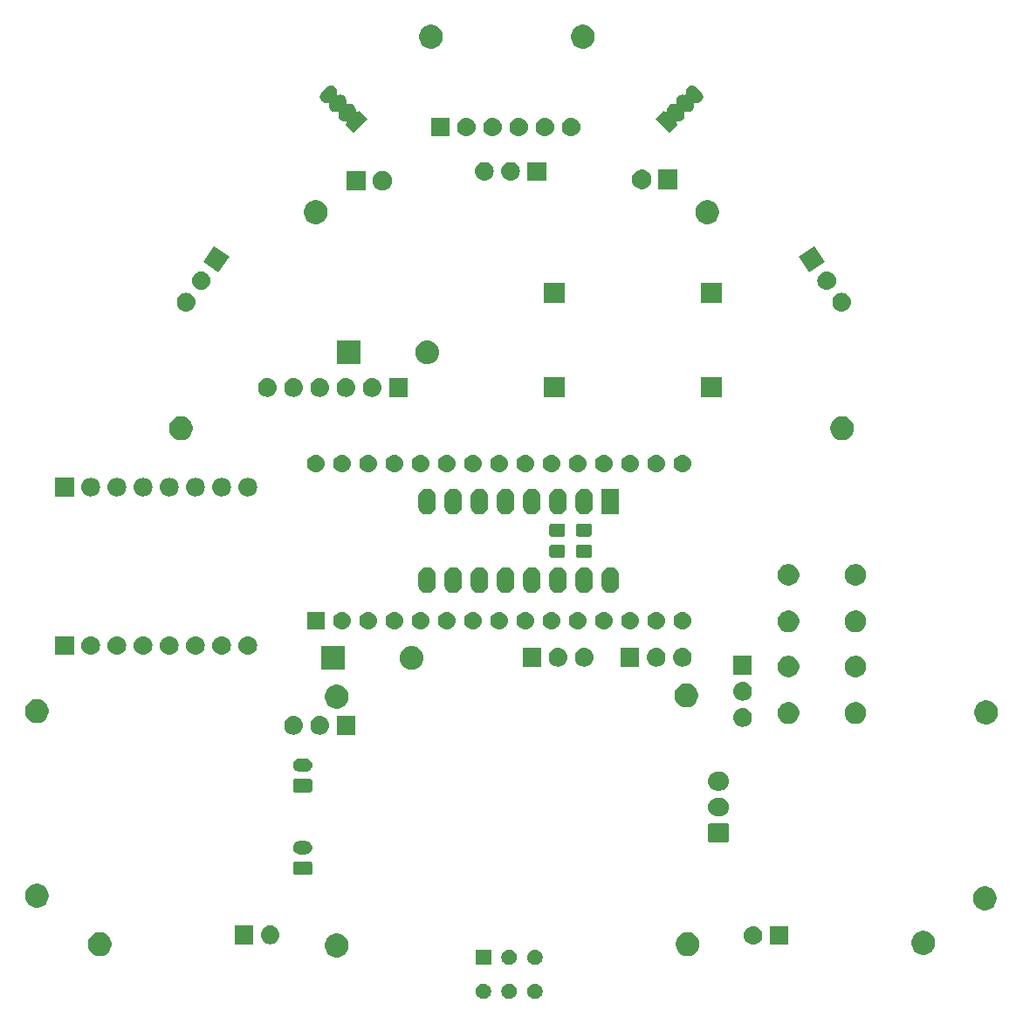
<source format=gbs>
%TF.GenerationSoftware,KiCad,Pcbnew,(5.0.1-3-g963ef8bb5)*%
%TF.CreationDate,2018-11-27T12:33:17+01:00*%
%TF.ProjectId,core,636F72652E6B696361645F7063620000,rev?*%
%TF.SameCoordinates,Original*%
%TF.FileFunction,Soldermask,Bot*%
%TF.FilePolarity,Negative*%
%FSLAX46Y46*%
G04 Gerber Fmt 4.6, Leading zero omitted, Abs format (unit mm)*
G04 Created by KiCad (PCBNEW (5.0.1-3-g963ef8bb5)) date 2018 November 27, Tuesday 12:33:17*
%MOMM*%
%LPD*%
G01*
G04 APERTURE LIST*
%ADD10C,0.127000*%
G04 APERTURE END LIST*
D10*
G36*
X203774318Y-138581411D02*
X203846767Y-138595822D01*
X203903303Y-138619240D01*
X203983257Y-138652358D01*
X204106100Y-138734439D01*
X204210561Y-138838900D01*
X204292642Y-138961743D01*
X204349178Y-139098234D01*
X204378000Y-139243130D01*
X204378000Y-139390870D01*
X204349178Y-139535766D01*
X204292642Y-139672257D01*
X204210561Y-139795100D01*
X204106100Y-139899561D01*
X203983257Y-139981642D01*
X203903303Y-140014760D01*
X203846767Y-140038178D01*
X203774318Y-140052589D01*
X203701870Y-140067000D01*
X203554130Y-140067000D01*
X203481682Y-140052589D01*
X203409233Y-140038178D01*
X203352697Y-140014760D01*
X203272743Y-139981642D01*
X203149900Y-139899561D01*
X203045439Y-139795100D01*
X202963358Y-139672257D01*
X202906822Y-139535766D01*
X202878000Y-139390870D01*
X202878000Y-139243130D01*
X202906822Y-139098234D01*
X202963358Y-138961743D01*
X203045439Y-138838900D01*
X203149900Y-138734439D01*
X203272743Y-138652358D01*
X203352697Y-138619240D01*
X203409233Y-138595822D01*
X203481682Y-138581411D01*
X203554130Y-138567000D01*
X203701870Y-138567000D01*
X203774318Y-138581411D01*
X203774318Y-138581411D01*
G37*
G36*
X201274318Y-138581411D02*
X201346767Y-138595822D01*
X201403303Y-138619240D01*
X201483257Y-138652358D01*
X201606100Y-138734439D01*
X201710561Y-138838900D01*
X201792642Y-138961743D01*
X201849178Y-139098234D01*
X201878000Y-139243130D01*
X201878000Y-139390870D01*
X201849178Y-139535766D01*
X201792642Y-139672257D01*
X201710561Y-139795100D01*
X201606100Y-139899561D01*
X201483257Y-139981642D01*
X201403303Y-140014760D01*
X201346767Y-140038178D01*
X201274318Y-140052589D01*
X201201870Y-140067000D01*
X201054130Y-140067000D01*
X200981682Y-140052589D01*
X200909233Y-140038178D01*
X200852697Y-140014760D01*
X200772743Y-139981642D01*
X200649900Y-139899561D01*
X200545439Y-139795100D01*
X200463358Y-139672257D01*
X200406822Y-139535766D01*
X200378000Y-139390870D01*
X200378000Y-139243130D01*
X200406822Y-139098234D01*
X200463358Y-138961743D01*
X200545439Y-138838900D01*
X200649900Y-138734439D01*
X200772743Y-138652358D01*
X200852697Y-138619240D01*
X200909233Y-138595822D01*
X200981682Y-138581411D01*
X201054130Y-138567000D01*
X201201870Y-138567000D01*
X201274318Y-138581411D01*
X201274318Y-138581411D01*
G37*
G36*
X198774318Y-138581411D02*
X198846767Y-138595822D01*
X198903303Y-138619240D01*
X198983257Y-138652358D01*
X199106100Y-138734439D01*
X199210561Y-138838900D01*
X199292642Y-138961743D01*
X199349178Y-139098234D01*
X199378000Y-139243130D01*
X199378000Y-139390870D01*
X199349178Y-139535766D01*
X199292642Y-139672257D01*
X199210561Y-139795100D01*
X199106100Y-139899561D01*
X198983257Y-139981642D01*
X198903303Y-140014760D01*
X198846767Y-140038178D01*
X198774318Y-140052589D01*
X198701870Y-140067000D01*
X198554130Y-140067000D01*
X198481682Y-140052589D01*
X198409233Y-140038178D01*
X198352697Y-140014760D01*
X198272743Y-139981642D01*
X198149900Y-139899561D01*
X198045439Y-139795100D01*
X197963358Y-139672257D01*
X197906822Y-139535766D01*
X197878000Y-139390870D01*
X197878000Y-139243130D01*
X197906822Y-139098234D01*
X197963358Y-138961743D01*
X198045439Y-138838900D01*
X198149900Y-138734439D01*
X198272743Y-138652358D01*
X198352697Y-138619240D01*
X198409233Y-138595822D01*
X198481682Y-138581411D01*
X198554130Y-138567000D01*
X198701870Y-138567000D01*
X198774318Y-138581411D01*
X198774318Y-138581411D01*
G37*
G36*
X203774318Y-135281411D02*
X203846767Y-135295822D01*
X203903303Y-135319240D01*
X203983257Y-135352358D01*
X204106100Y-135434439D01*
X204210561Y-135538900D01*
X204292642Y-135661743D01*
X204325760Y-135741697D01*
X204336350Y-135767263D01*
X204349178Y-135798234D01*
X204378000Y-135943130D01*
X204378000Y-136090870D01*
X204349178Y-136235766D01*
X204292642Y-136372257D01*
X204210561Y-136495100D01*
X204106100Y-136599561D01*
X203983257Y-136681642D01*
X203903303Y-136714760D01*
X203846767Y-136738178D01*
X203774318Y-136752589D01*
X203701870Y-136767000D01*
X203554130Y-136767000D01*
X203481682Y-136752589D01*
X203409233Y-136738178D01*
X203352697Y-136714760D01*
X203272743Y-136681642D01*
X203149900Y-136599561D01*
X203045439Y-136495100D01*
X202963358Y-136372257D01*
X202906822Y-136235766D01*
X202878000Y-136090870D01*
X202878000Y-135943130D01*
X202906822Y-135798234D01*
X202919651Y-135767263D01*
X202930240Y-135741697D01*
X202963358Y-135661743D01*
X203045439Y-135538900D01*
X203149900Y-135434439D01*
X203272743Y-135352358D01*
X203352697Y-135319240D01*
X203409233Y-135295822D01*
X203481682Y-135281411D01*
X203554130Y-135267000D01*
X203701870Y-135267000D01*
X203774318Y-135281411D01*
X203774318Y-135281411D01*
G37*
G36*
X201274318Y-135281411D02*
X201346767Y-135295822D01*
X201403303Y-135319240D01*
X201483257Y-135352358D01*
X201606100Y-135434439D01*
X201710561Y-135538900D01*
X201792642Y-135661743D01*
X201825760Y-135741697D01*
X201836350Y-135767263D01*
X201849178Y-135798234D01*
X201878000Y-135943130D01*
X201878000Y-136090870D01*
X201849178Y-136235766D01*
X201792642Y-136372257D01*
X201710561Y-136495100D01*
X201606100Y-136599561D01*
X201483257Y-136681642D01*
X201403303Y-136714760D01*
X201346767Y-136738178D01*
X201274318Y-136752589D01*
X201201870Y-136767000D01*
X201054130Y-136767000D01*
X200981682Y-136752589D01*
X200909233Y-136738178D01*
X200852697Y-136714760D01*
X200772743Y-136681642D01*
X200649900Y-136599561D01*
X200545439Y-136495100D01*
X200463358Y-136372257D01*
X200406822Y-136235766D01*
X200378000Y-136090870D01*
X200378000Y-135943130D01*
X200406822Y-135798234D01*
X200419651Y-135767263D01*
X200430240Y-135741697D01*
X200463358Y-135661743D01*
X200545439Y-135538900D01*
X200649900Y-135434439D01*
X200772743Y-135352358D01*
X200852697Y-135319240D01*
X200909233Y-135295822D01*
X200981682Y-135281411D01*
X201054130Y-135267000D01*
X201201870Y-135267000D01*
X201274318Y-135281411D01*
X201274318Y-135281411D01*
G37*
G36*
X199378000Y-136767000D02*
X197878000Y-136767000D01*
X197878000Y-135267000D01*
X199378000Y-135267000D01*
X199378000Y-136767000D01*
X199378000Y-136767000D01*
G37*
G36*
X184739443Y-133768194D02*
X184948728Y-133854883D01*
X185137085Y-133980739D01*
X185297261Y-134140915D01*
X185423117Y-134329272D01*
X185509806Y-134538557D01*
X185554000Y-134760734D01*
X185554000Y-134987266D01*
X185509806Y-135209443D01*
X185423117Y-135418728D01*
X185297261Y-135607085D01*
X185137085Y-135767261D01*
X184948728Y-135893117D01*
X184739443Y-135979806D01*
X184517266Y-136024000D01*
X184290734Y-136024000D01*
X184068557Y-135979806D01*
X183859272Y-135893117D01*
X183670915Y-135767261D01*
X183510739Y-135607085D01*
X183384883Y-135418728D01*
X183298194Y-135209443D01*
X183254000Y-134987266D01*
X183254000Y-134760734D01*
X183298194Y-134538557D01*
X183384883Y-134329272D01*
X183510739Y-134140915D01*
X183670915Y-133980739D01*
X183859272Y-133854883D01*
X184068557Y-133768194D01*
X184290734Y-133724000D01*
X184517266Y-133724000D01*
X184739443Y-133768194D01*
X184739443Y-133768194D01*
G37*
G36*
X218775443Y-133641194D02*
X218984728Y-133727883D01*
X219173085Y-133853739D01*
X219333261Y-134013915D01*
X219459117Y-134202272D01*
X219545806Y-134411557D01*
X219590000Y-134633734D01*
X219590000Y-134860266D01*
X219545806Y-135082443D01*
X219459117Y-135291728D01*
X219333261Y-135480085D01*
X219173085Y-135640261D01*
X218984728Y-135766117D01*
X218775443Y-135852806D01*
X218553266Y-135897000D01*
X218326734Y-135897000D01*
X218104557Y-135852806D01*
X217895272Y-135766117D01*
X217706915Y-135640261D01*
X217546739Y-135480085D01*
X217420883Y-135291728D01*
X217334194Y-135082443D01*
X217290000Y-134860266D01*
X217290000Y-134633734D01*
X217334194Y-134411557D01*
X217420883Y-134202272D01*
X217546739Y-134013915D01*
X217706915Y-133853739D01*
X217895272Y-133727883D01*
X218104557Y-133641194D01*
X218326734Y-133597000D01*
X218553266Y-133597000D01*
X218775443Y-133641194D01*
X218775443Y-133641194D01*
G37*
G36*
X161752443Y-133641194D02*
X161961728Y-133727883D01*
X162150085Y-133853739D01*
X162310261Y-134013915D01*
X162436117Y-134202272D01*
X162522806Y-134411557D01*
X162567000Y-134633734D01*
X162567000Y-134860266D01*
X162522806Y-135082443D01*
X162436117Y-135291728D01*
X162310261Y-135480085D01*
X162150085Y-135640261D01*
X161961728Y-135766117D01*
X161752443Y-135852806D01*
X161530266Y-135897000D01*
X161303734Y-135897000D01*
X161081557Y-135852806D01*
X160872272Y-135766117D01*
X160683915Y-135640261D01*
X160523739Y-135480085D01*
X160397883Y-135291728D01*
X160311194Y-135082443D01*
X160267000Y-134860266D01*
X160267000Y-134633734D01*
X160311194Y-134411557D01*
X160397883Y-134202272D01*
X160523739Y-134013915D01*
X160683915Y-133853739D01*
X160872272Y-133727883D01*
X161081557Y-133641194D01*
X161303734Y-133597000D01*
X161530266Y-133597000D01*
X161752443Y-133641194D01*
X161752443Y-133641194D01*
G37*
G36*
X241635443Y-133514194D02*
X241844728Y-133600883D01*
X242033085Y-133726739D01*
X242193261Y-133886915D01*
X242319117Y-134075272D01*
X242405806Y-134284557D01*
X242450000Y-134506734D01*
X242450000Y-134733266D01*
X242405806Y-134955443D01*
X242319117Y-135164728D01*
X242193261Y-135353085D01*
X242033085Y-135513261D01*
X241844728Y-135639117D01*
X241635443Y-135725806D01*
X241413266Y-135770000D01*
X241186734Y-135770000D01*
X240964557Y-135725806D01*
X240755272Y-135639117D01*
X240566915Y-135513261D01*
X240406739Y-135353085D01*
X240280883Y-135164728D01*
X240194194Y-134955443D01*
X240150000Y-134733266D01*
X240150000Y-134506734D01*
X240194194Y-134284557D01*
X240280883Y-134075272D01*
X240406739Y-133886915D01*
X240566915Y-133726739D01*
X240755272Y-133600883D01*
X240964557Y-133514194D01*
X241186734Y-133470000D01*
X241413266Y-133470000D01*
X241635443Y-133514194D01*
X241635443Y-133514194D01*
G37*
G36*
X224966432Y-133021822D02*
X225136081Y-133073285D01*
X225292433Y-133156856D01*
X225429475Y-133269325D01*
X225541944Y-133406367D01*
X225625515Y-133562719D01*
X225676978Y-133732368D01*
X225694354Y-133908800D01*
X225676978Y-134085232D01*
X225625515Y-134254881D01*
X225541944Y-134411233D01*
X225429475Y-134548275D01*
X225292433Y-134660744D01*
X225136081Y-134744315D01*
X224966432Y-134795778D01*
X224834211Y-134808800D01*
X224745789Y-134808800D01*
X224613568Y-134795778D01*
X224443919Y-134744315D01*
X224287567Y-134660744D01*
X224150525Y-134548275D01*
X224038056Y-134411233D01*
X223954485Y-134254881D01*
X223903022Y-134085232D01*
X223885646Y-133908800D01*
X223903022Y-133732368D01*
X223954485Y-133562719D01*
X224038056Y-133406367D01*
X224150525Y-133269325D01*
X224287567Y-133156856D01*
X224443919Y-133073285D01*
X224613568Y-133021822D01*
X224745789Y-133008800D01*
X224834211Y-133008800D01*
X224966432Y-133021822D01*
X224966432Y-133021822D01*
G37*
G36*
X228230000Y-134808800D02*
X226430000Y-134808800D01*
X226430000Y-133008800D01*
X228230000Y-133008800D01*
X228230000Y-134808800D01*
X228230000Y-134808800D01*
G37*
G36*
X178128832Y-132971022D02*
X178298481Y-133022485D01*
X178454833Y-133106056D01*
X178591875Y-133218525D01*
X178704344Y-133355567D01*
X178787915Y-133511919D01*
X178839378Y-133681568D01*
X178856754Y-133858000D01*
X178839378Y-134034432D01*
X178787915Y-134204081D01*
X178704344Y-134360433D01*
X178591875Y-134497475D01*
X178454833Y-134609944D01*
X178298481Y-134693515D01*
X178128832Y-134744978D01*
X177996611Y-134758000D01*
X177908189Y-134758000D01*
X177775968Y-134744978D01*
X177606319Y-134693515D01*
X177449967Y-134609944D01*
X177312925Y-134497475D01*
X177200456Y-134360433D01*
X177116885Y-134204081D01*
X177065422Y-134034432D01*
X177048046Y-133858000D01*
X177065422Y-133681568D01*
X177116885Y-133511919D01*
X177200456Y-133355567D01*
X177312925Y-133218525D01*
X177449967Y-133106056D01*
X177606319Y-133022485D01*
X177775968Y-132971022D01*
X177908189Y-132958000D01*
X177996611Y-132958000D01*
X178128832Y-132971022D01*
X178128832Y-132971022D01*
G37*
G36*
X176312400Y-134758000D02*
X174512400Y-134758000D01*
X174512400Y-132958000D01*
X176312400Y-132958000D01*
X176312400Y-134758000D01*
X176312400Y-134758000D01*
G37*
G36*
X247604443Y-129196194D02*
X247813728Y-129282883D01*
X248002085Y-129408739D01*
X248162261Y-129568915D01*
X248288117Y-129757272D01*
X248374806Y-129966557D01*
X248419000Y-130188734D01*
X248419000Y-130415266D01*
X248374806Y-130637443D01*
X248288117Y-130846728D01*
X248162261Y-131035085D01*
X248002085Y-131195261D01*
X247813728Y-131321117D01*
X247604443Y-131407806D01*
X247382266Y-131452000D01*
X247155734Y-131452000D01*
X246933557Y-131407806D01*
X246724272Y-131321117D01*
X246535915Y-131195261D01*
X246375739Y-131035085D01*
X246249883Y-130846728D01*
X246163194Y-130637443D01*
X246119000Y-130415266D01*
X246119000Y-130188734D01*
X246163194Y-129966557D01*
X246249883Y-129757272D01*
X246375739Y-129568915D01*
X246535915Y-129408739D01*
X246724272Y-129282883D01*
X246933557Y-129196194D01*
X247155734Y-129152000D01*
X247382266Y-129152000D01*
X247604443Y-129196194D01*
X247604443Y-129196194D01*
G37*
G36*
X155656443Y-128942194D02*
X155865728Y-129028883D01*
X156054085Y-129154739D01*
X156214261Y-129314915D01*
X156340117Y-129503272D01*
X156426806Y-129712557D01*
X156471000Y-129934734D01*
X156471000Y-130161266D01*
X156426806Y-130383443D01*
X156340117Y-130592728D01*
X156214261Y-130781085D01*
X156054085Y-130941261D01*
X155865728Y-131067117D01*
X155656443Y-131153806D01*
X155434266Y-131198000D01*
X155207734Y-131198000D01*
X154985557Y-131153806D01*
X154776272Y-131067117D01*
X154587915Y-130941261D01*
X154427739Y-130781085D01*
X154301883Y-130592728D01*
X154215194Y-130383443D01*
X154171000Y-130161266D01*
X154171000Y-129934734D01*
X154215194Y-129712557D01*
X154301883Y-129503272D01*
X154427739Y-129314915D01*
X154587915Y-129154739D01*
X154776272Y-129028883D01*
X154985557Y-128942194D01*
X155207734Y-128898000D01*
X155434266Y-128898000D01*
X155656443Y-128942194D01*
X155656443Y-128942194D01*
G37*
G36*
X181867579Y-126735396D02*
X181904588Y-126746623D01*
X181938705Y-126764859D01*
X181968604Y-126789396D01*
X181993141Y-126819295D01*
X182011377Y-126853412D01*
X182022604Y-126890421D01*
X182027000Y-126935057D01*
X182027000Y-127826943D01*
X182022604Y-127871579D01*
X182011377Y-127908588D01*
X181993141Y-127942705D01*
X181968604Y-127972604D01*
X181938705Y-127997141D01*
X181904588Y-128015377D01*
X181867579Y-128026604D01*
X181822943Y-128031000D01*
X180381057Y-128031000D01*
X180336421Y-128026604D01*
X180299412Y-128015377D01*
X180265295Y-127997141D01*
X180235396Y-127972604D01*
X180210859Y-127942705D01*
X180192623Y-127908588D01*
X180181396Y-127871579D01*
X180177000Y-127826943D01*
X180177000Y-126935057D01*
X180181396Y-126890421D01*
X180192623Y-126853412D01*
X180210859Y-126819295D01*
X180235396Y-126789396D01*
X180265295Y-126764859D01*
X180299412Y-126746623D01*
X180336421Y-126735396D01*
X180381057Y-126731000D01*
X181822943Y-126731000D01*
X181867579Y-126735396D01*
X181867579Y-126735396D01*
G37*
G36*
X181492486Y-124739229D02*
X181504423Y-124740405D01*
X181565685Y-124758989D01*
X181626948Y-124777573D01*
X181739868Y-124837930D01*
X181838843Y-124919157D01*
X181920070Y-125018132D01*
X181980427Y-125131052D01*
X182017595Y-125253578D01*
X182030145Y-125381000D01*
X182017595Y-125508422D01*
X181980427Y-125630948D01*
X181920070Y-125743868D01*
X181838843Y-125842843D01*
X181739868Y-125924070D01*
X181626948Y-125984427D01*
X181565685Y-126003011D01*
X181504423Y-126021595D01*
X181492486Y-126022771D01*
X181408932Y-126031000D01*
X180795068Y-126031000D01*
X180711514Y-126022771D01*
X180699577Y-126021595D01*
X180638315Y-126003011D01*
X180577052Y-125984427D01*
X180464132Y-125924070D01*
X180365157Y-125842843D01*
X180283930Y-125743868D01*
X180223573Y-125630948D01*
X180186405Y-125508422D01*
X180173855Y-125381000D01*
X180186405Y-125253578D01*
X180223573Y-125131052D01*
X180283930Y-125018132D01*
X180365157Y-124919157D01*
X180464132Y-124837930D01*
X180577052Y-124777573D01*
X180638315Y-124758989D01*
X180699577Y-124740405D01*
X180711514Y-124739229D01*
X180795068Y-124731000D01*
X181408932Y-124731000D01*
X181492486Y-124739229D01*
X181492486Y-124739229D01*
G37*
G36*
X222320038Y-123055984D02*
X222353032Y-123065992D01*
X222383437Y-123082244D01*
X222410085Y-123104115D01*
X222431956Y-123130763D01*
X222448208Y-123161168D01*
X222458216Y-123194162D01*
X222462200Y-123234611D01*
X222462200Y-124669389D01*
X222458216Y-124709838D01*
X222448208Y-124742832D01*
X222431956Y-124773237D01*
X222410085Y-124799885D01*
X222383437Y-124821756D01*
X222353032Y-124838008D01*
X222320038Y-124848016D01*
X222279589Y-124852000D01*
X220594811Y-124852000D01*
X220554362Y-124848016D01*
X220521368Y-124838008D01*
X220490963Y-124821756D01*
X220464315Y-124799885D01*
X220442444Y-124773237D01*
X220426192Y-124742832D01*
X220416184Y-124709838D01*
X220412200Y-124669389D01*
X220412200Y-123234611D01*
X220416184Y-123194162D01*
X220426192Y-123161168D01*
X220442444Y-123130763D01*
X220464315Y-123104115D01*
X220490963Y-123082244D01*
X220521368Y-123065992D01*
X220554362Y-123055984D01*
X220594811Y-123052000D01*
X222279589Y-123052000D01*
X222320038Y-123055984D01*
X222320038Y-123055984D01*
G37*
G36*
X221738632Y-120565022D02*
X221908281Y-120616485D01*
X222064633Y-120700056D01*
X222201675Y-120812525D01*
X222314144Y-120949567D01*
X222397715Y-121105919D01*
X222449178Y-121275568D01*
X222466554Y-121452000D01*
X222449178Y-121628432D01*
X222397715Y-121798081D01*
X222314144Y-121954433D01*
X222201675Y-122091475D01*
X222064633Y-122203944D01*
X221908281Y-122287515D01*
X221738632Y-122338978D01*
X221606411Y-122352000D01*
X221267989Y-122352000D01*
X221135768Y-122338978D01*
X220966119Y-122287515D01*
X220809767Y-122203944D01*
X220672725Y-122091475D01*
X220560256Y-121954433D01*
X220476685Y-121798081D01*
X220425222Y-121628432D01*
X220407846Y-121452000D01*
X220425222Y-121275568D01*
X220476685Y-121105919D01*
X220560256Y-120949567D01*
X220672725Y-120812525D01*
X220809767Y-120700056D01*
X220966119Y-120616485D01*
X221135768Y-120565022D01*
X221267989Y-120552000D01*
X221606411Y-120552000D01*
X221738632Y-120565022D01*
X221738632Y-120565022D01*
G37*
G36*
X181867579Y-118734396D02*
X181904588Y-118745623D01*
X181938705Y-118763859D01*
X181968604Y-118788396D01*
X181993141Y-118818295D01*
X182011377Y-118852412D01*
X182022604Y-118889421D01*
X182027000Y-118934057D01*
X182027000Y-119825943D01*
X182022604Y-119870579D01*
X182011377Y-119907588D01*
X181993141Y-119941705D01*
X181968604Y-119971604D01*
X181938705Y-119996141D01*
X181904588Y-120014377D01*
X181867579Y-120025604D01*
X181822943Y-120030000D01*
X180381057Y-120030000D01*
X180336421Y-120025604D01*
X180299412Y-120014377D01*
X180265295Y-119996141D01*
X180235396Y-119971604D01*
X180210859Y-119941705D01*
X180192623Y-119907588D01*
X180181396Y-119870579D01*
X180177000Y-119825943D01*
X180177000Y-118934057D01*
X180181396Y-118889421D01*
X180192623Y-118852412D01*
X180210859Y-118818295D01*
X180235396Y-118788396D01*
X180265295Y-118763859D01*
X180299412Y-118745623D01*
X180336421Y-118734396D01*
X180381057Y-118730000D01*
X181822943Y-118730000D01*
X181867579Y-118734396D01*
X181867579Y-118734396D01*
G37*
G36*
X221738632Y-118065022D02*
X221908281Y-118116485D01*
X222064633Y-118200056D01*
X222201675Y-118312525D01*
X222314144Y-118449567D01*
X222397715Y-118605919D01*
X222449178Y-118775568D01*
X222466554Y-118952000D01*
X222449178Y-119128432D01*
X222397715Y-119298081D01*
X222314144Y-119454433D01*
X222201675Y-119591475D01*
X222064633Y-119703944D01*
X221908281Y-119787515D01*
X221738632Y-119838978D01*
X221606411Y-119852000D01*
X221267989Y-119852000D01*
X221135768Y-119838978D01*
X220966119Y-119787515D01*
X220809767Y-119703944D01*
X220672725Y-119591475D01*
X220560256Y-119454433D01*
X220476685Y-119298081D01*
X220425222Y-119128432D01*
X220407846Y-118952000D01*
X220425222Y-118775568D01*
X220476685Y-118605919D01*
X220560256Y-118449567D01*
X220672725Y-118312525D01*
X220809767Y-118200056D01*
X220966119Y-118116485D01*
X221135768Y-118065022D01*
X221267989Y-118052000D01*
X221606411Y-118052000D01*
X221738632Y-118065022D01*
X221738632Y-118065022D01*
G37*
G36*
X181492486Y-116738229D02*
X181504423Y-116739405D01*
X181565685Y-116757989D01*
X181626948Y-116776573D01*
X181739868Y-116836930D01*
X181838843Y-116918157D01*
X181920070Y-117017132D01*
X181980427Y-117130052D01*
X182017595Y-117252578D01*
X182030145Y-117380000D01*
X182017595Y-117507422D01*
X181980427Y-117629948D01*
X181920070Y-117742868D01*
X181838843Y-117841843D01*
X181739868Y-117923070D01*
X181626948Y-117983427D01*
X181565685Y-118002011D01*
X181504423Y-118020595D01*
X181492486Y-118021771D01*
X181408932Y-118030000D01*
X180795068Y-118030000D01*
X180711514Y-118021771D01*
X180699577Y-118020595D01*
X180638315Y-118002011D01*
X180577052Y-117983427D01*
X180464132Y-117923070D01*
X180365157Y-117841843D01*
X180283930Y-117742868D01*
X180223573Y-117629948D01*
X180186405Y-117507422D01*
X180173855Y-117380000D01*
X180186405Y-117252578D01*
X180223573Y-117130052D01*
X180283930Y-117017132D01*
X180365157Y-116918157D01*
X180464132Y-116836930D01*
X180577052Y-116776573D01*
X180638315Y-116757989D01*
X180699577Y-116739405D01*
X180711514Y-116738229D01*
X180795068Y-116730000D01*
X181408932Y-116730000D01*
X181492486Y-116738229D01*
X181492486Y-116738229D01*
G37*
G36*
X186193000Y-114438000D02*
X184393000Y-114438000D01*
X184393000Y-112638000D01*
X186193000Y-112638000D01*
X186193000Y-114438000D01*
X186193000Y-114438000D01*
G37*
G36*
X182929432Y-112651022D02*
X183099081Y-112702485D01*
X183255433Y-112786056D01*
X183392475Y-112898525D01*
X183504944Y-113035567D01*
X183588515Y-113191919D01*
X183639978Y-113361568D01*
X183657354Y-113538000D01*
X183639978Y-113714432D01*
X183588515Y-113884081D01*
X183504944Y-114040433D01*
X183392475Y-114177475D01*
X183255433Y-114289944D01*
X183099081Y-114373515D01*
X182929432Y-114424978D01*
X182797211Y-114438000D01*
X182708789Y-114438000D01*
X182576568Y-114424978D01*
X182406919Y-114373515D01*
X182250567Y-114289944D01*
X182113525Y-114177475D01*
X182001056Y-114040433D01*
X181917485Y-113884081D01*
X181866022Y-113714432D01*
X181848646Y-113538000D01*
X181866022Y-113361568D01*
X181917485Y-113191919D01*
X182001056Y-113035567D01*
X182113525Y-112898525D01*
X182250567Y-112786056D01*
X182406919Y-112702485D01*
X182576568Y-112651022D01*
X182708789Y-112638000D01*
X182797211Y-112638000D01*
X182929432Y-112651022D01*
X182929432Y-112651022D01*
G37*
G36*
X180389432Y-112651022D02*
X180559081Y-112702485D01*
X180715433Y-112786056D01*
X180852475Y-112898525D01*
X180964944Y-113035567D01*
X181048515Y-113191919D01*
X181099978Y-113361568D01*
X181117354Y-113538000D01*
X181099978Y-113714432D01*
X181048515Y-113884081D01*
X180964944Y-114040433D01*
X180852475Y-114177475D01*
X180715433Y-114289944D01*
X180559081Y-114373515D01*
X180389432Y-114424978D01*
X180257211Y-114438000D01*
X180168789Y-114438000D01*
X180036568Y-114424978D01*
X179866919Y-114373515D01*
X179710567Y-114289944D01*
X179573525Y-114177475D01*
X179461056Y-114040433D01*
X179377485Y-113884081D01*
X179326022Y-113714432D01*
X179308646Y-113538000D01*
X179326022Y-113361568D01*
X179377485Y-113191919D01*
X179461056Y-113035567D01*
X179573525Y-112898525D01*
X179710567Y-112786056D01*
X179866919Y-112702485D01*
X180036568Y-112651022D01*
X180168789Y-112638000D01*
X180257211Y-112638000D01*
X180389432Y-112651022D01*
X180389432Y-112651022D01*
G37*
G36*
X223950432Y-111889022D02*
X224120081Y-111940485D01*
X224276433Y-112024056D01*
X224413475Y-112136525D01*
X224525944Y-112273567D01*
X224609515Y-112429919D01*
X224660978Y-112599568D01*
X224678354Y-112776000D01*
X224660978Y-112952432D01*
X224609515Y-113122081D01*
X224525944Y-113278433D01*
X224413475Y-113415475D01*
X224276433Y-113527944D01*
X224120081Y-113611515D01*
X223950432Y-113662978D01*
X223818211Y-113676000D01*
X223729789Y-113676000D01*
X223597568Y-113662978D01*
X223427919Y-113611515D01*
X223271567Y-113527944D01*
X223134525Y-113415475D01*
X223022056Y-113278433D01*
X222938485Y-113122081D01*
X222887022Y-112952432D01*
X222869646Y-112776000D01*
X222887022Y-112599568D01*
X222938485Y-112429919D01*
X223022056Y-112273567D01*
X223134525Y-112136525D01*
X223271567Y-112024056D01*
X223427919Y-111940485D01*
X223597568Y-111889022D01*
X223729789Y-111876000D01*
X223818211Y-111876000D01*
X223950432Y-111889022D01*
X223950432Y-111889022D01*
G37*
G36*
X247731443Y-111162194D02*
X247940728Y-111248883D01*
X248129085Y-111374739D01*
X248289261Y-111534915D01*
X248415117Y-111723272D01*
X248501806Y-111932557D01*
X248546000Y-112154734D01*
X248546000Y-112381266D01*
X248501806Y-112603443D01*
X248415117Y-112812728D01*
X248289261Y-113001085D01*
X248129085Y-113161261D01*
X247940728Y-113287117D01*
X247731443Y-113373806D01*
X247509266Y-113418000D01*
X247282734Y-113418000D01*
X247060557Y-113373806D01*
X246851272Y-113287117D01*
X246662915Y-113161261D01*
X246502739Y-113001085D01*
X246376883Y-112812728D01*
X246290194Y-112603443D01*
X246246000Y-112381266D01*
X246246000Y-112154734D01*
X246290194Y-111932557D01*
X246376883Y-111723272D01*
X246502739Y-111534915D01*
X246662915Y-111374739D01*
X246851272Y-111248883D01*
X247060557Y-111162194D01*
X247282734Y-111118000D01*
X247509266Y-111118000D01*
X247731443Y-111162194D01*
X247731443Y-111162194D01*
G37*
G36*
X228344888Y-111277470D02*
X228525274Y-111313350D01*
X228716362Y-111392502D01*
X228888336Y-111507411D01*
X229034589Y-111653664D01*
X229149498Y-111825638D01*
X229228650Y-112016726D01*
X229269000Y-112219584D01*
X229269000Y-112426416D01*
X229228650Y-112629274D01*
X229149498Y-112820362D01*
X229034589Y-112992336D01*
X228888336Y-113138589D01*
X228716362Y-113253498D01*
X228525274Y-113332650D01*
X228344888Y-113368530D01*
X228322417Y-113373000D01*
X228115583Y-113373000D01*
X228093112Y-113368530D01*
X227912726Y-113332650D01*
X227721638Y-113253498D01*
X227549664Y-113138589D01*
X227403411Y-112992336D01*
X227288502Y-112820362D01*
X227209350Y-112629274D01*
X227169000Y-112426416D01*
X227169000Y-112219584D01*
X227209350Y-112016726D01*
X227288502Y-111825638D01*
X227403411Y-111653664D01*
X227549664Y-111507411D01*
X227721638Y-111392502D01*
X227912726Y-111313350D01*
X228093112Y-111277470D01*
X228115583Y-111273000D01*
X228322417Y-111273000D01*
X228344888Y-111277470D01*
X228344888Y-111277470D01*
G37*
G36*
X234844888Y-111277470D02*
X235025274Y-111313350D01*
X235216362Y-111392502D01*
X235388336Y-111507411D01*
X235534589Y-111653664D01*
X235649498Y-111825638D01*
X235728650Y-112016726D01*
X235769000Y-112219584D01*
X235769000Y-112426416D01*
X235728650Y-112629274D01*
X235649498Y-112820362D01*
X235534589Y-112992336D01*
X235388336Y-113138589D01*
X235216362Y-113253498D01*
X235025274Y-113332650D01*
X234844888Y-113368530D01*
X234822417Y-113373000D01*
X234615583Y-113373000D01*
X234593112Y-113368530D01*
X234412726Y-113332650D01*
X234221638Y-113253498D01*
X234049664Y-113138589D01*
X233903411Y-112992336D01*
X233788502Y-112820362D01*
X233709350Y-112629274D01*
X233669000Y-112426416D01*
X233669000Y-112219584D01*
X233709350Y-112016726D01*
X233788502Y-111825638D01*
X233903411Y-111653664D01*
X234049664Y-111507411D01*
X234221638Y-111392502D01*
X234412726Y-111313350D01*
X234593112Y-111277470D01*
X234615583Y-111273000D01*
X234822417Y-111273000D01*
X234844888Y-111277470D01*
X234844888Y-111277470D01*
G37*
G36*
X155656443Y-111035194D02*
X155865728Y-111121883D01*
X156054085Y-111247739D01*
X156214261Y-111407915D01*
X156340117Y-111596272D01*
X156426806Y-111805557D01*
X156471000Y-112027734D01*
X156471000Y-112254266D01*
X156426806Y-112476443D01*
X156340117Y-112685728D01*
X156214261Y-112874085D01*
X156054085Y-113034261D01*
X155865728Y-113160117D01*
X155656443Y-113246806D01*
X155434266Y-113291000D01*
X155207734Y-113291000D01*
X154985557Y-113246806D01*
X154776272Y-113160117D01*
X154587915Y-113034261D01*
X154427739Y-112874085D01*
X154301883Y-112685728D01*
X154215194Y-112476443D01*
X154171000Y-112254266D01*
X154171000Y-112027734D01*
X154215194Y-111805557D01*
X154301883Y-111596272D01*
X154427739Y-111407915D01*
X154587915Y-111247739D01*
X154776272Y-111121883D01*
X154985557Y-111035194D01*
X155207734Y-110991000D01*
X155434266Y-110991000D01*
X155656443Y-111035194D01*
X155656443Y-111035194D01*
G37*
G36*
X184739443Y-109638194D02*
X184948728Y-109724883D01*
X185137085Y-109850739D01*
X185297261Y-110010915D01*
X185423117Y-110199272D01*
X185509806Y-110408557D01*
X185554000Y-110630734D01*
X185554000Y-110857266D01*
X185509806Y-111079443D01*
X185423117Y-111288728D01*
X185297261Y-111477085D01*
X185137085Y-111637261D01*
X184948728Y-111763117D01*
X184739443Y-111849806D01*
X184517266Y-111894000D01*
X184290734Y-111894000D01*
X184068557Y-111849806D01*
X183859272Y-111763117D01*
X183670915Y-111637261D01*
X183510739Y-111477085D01*
X183384883Y-111288728D01*
X183298194Y-111079443D01*
X183254000Y-110857266D01*
X183254000Y-110630734D01*
X183298194Y-110408557D01*
X183384883Y-110199272D01*
X183510739Y-110010915D01*
X183670915Y-109850739D01*
X183859272Y-109724883D01*
X184068557Y-109638194D01*
X184290734Y-109594000D01*
X184517266Y-109594000D01*
X184739443Y-109638194D01*
X184739443Y-109638194D01*
G37*
G36*
X218648443Y-109511194D02*
X218857728Y-109597883D01*
X219046085Y-109723739D01*
X219206261Y-109883915D01*
X219332117Y-110072272D01*
X219418806Y-110281557D01*
X219463000Y-110503734D01*
X219463000Y-110730266D01*
X219418806Y-110952443D01*
X219332117Y-111161728D01*
X219206261Y-111350085D01*
X219046085Y-111510261D01*
X218857728Y-111636117D01*
X218648443Y-111722806D01*
X218426266Y-111767000D01*
X218199734Y-111767000D01*
X217977557Y-111722806D01*
X217768272Y-111636117D01*
X217579915Y-111510261D01*
X217419739Y-111350085D01*
X217293883Y-111161728D01*
X217207194Y-110952443D01*
X217163000Y-110730266D01*
X217163000Y-110503734D01*
X217207194Y-110281557D01*
X217293883Y-110072272D01*
X217419739Y-109883915D01*
X217579915Y-109723739D01*
X217768272Y-109597883D01*
X217977557Y-109511194D01*
X218199734Y-109467000D01*
X218426266Y-109467000D01*
X218648443Y-109511194D01*
X218648443Y-109511194D01*
G37*
G36*
X223950432Y-109349022D02*
X224120081Y-109400485D01*
X224276433Y-109484056D01*
X224413475Y-109596525D01*
X224525944Y-109733567D01*
X224609515Y-109889919D01*
X224660978Y-110059568D01*
X224678354Y-110236000D01*
X224660978Y-110412432D01*
X224609515Y-110582081D01*
X224525944Y-110738433D01*
X224413475Y-110875475D01*
X224276433Y-110987944D01*
X224120081Y-111071515D01*
X223950432Y-111122978D01*
X223818211Y-111136000D01*
X223729789Y-111136000D01*
X223597568Y-111122978D01*
X223427919Y-111071515D01*
X223271567Y-110987944D01*
X223134525Y-110875475D01*
X223022056Y-110738433D01*
X222938485Y-110582081D01*
X222887022Y-110412432D01*
X222869646Y-110236000D01*
X222887022Y-110059568D01*
X222938485Y-109889919D01*
X223022056Y-109733567D01*
X223134525Y-109596525D01*
X223271567Y-109484056D01*
X223427919Y-109400485D01*
X223597568Y-109349022D01*
X223729789Y-109336000D01*
X223818211Y-109336000D01*
X223950432Y-109349022D01*
X223950432Y-109349022D01*
G37*
G36*
X234844888Y-106777470D02*
X235025274Y-106813350D01*
X235216362Y-106892502D01*
X235388336Y-107007411D01*
X235534589Y-107153664D01*
X235649498Y-107325638D01*
X235728650Y-107516726D01*
X235769000Y-107719584D01*
X235769000Y-107926416D01*
X235728650Y-108129274D01*
X235649498Y-108320362D01*
X235534589Y-108492336D01*
X235388336Y-108638589D01*
X235216362Y-108753498D01*
X235025274Y-108832650D01*
X234844888Y-108868530D01*
X234822417Y-108873000D01*
X234615583Y-108873000D01*
X234593112Y-108868530D01*
X234412726Y-108832650D01*
X234221638Y-108753498D01*
X234049664Y-108638589D01*
X233903411Y-108492336D01*
X233788502Y-108320362D01*
X233709350Y-108129274D01*
X233669000Y-107926416D01*
X233669000Y-107719584D01*
X233709350Y-107516726D01*
X233788502Y-107325638D01*
X233903411Y-107153664D01*
X234049664Y-107007411D01*
X234221638Y-106892502D01*
X234412726Y-106813350D01*
X234593112Y-106777470D01*
X234615583Y-106773000D01*
X234822417Y-106773000D01*
X234844888Y-106777470D01*
X234844888Y-106777470D01*
G37*
G36*
X228344888Y-106777470D02*
X228525274Y-106813350D01*
X228716362Y-106892502D01*
X228888336Y-107007411D01*
X229034589Y-107153664D01*
X229149498Y-107325638D01*
X229228650Y-107516726D01*
X229269000Y-107719584D01*
X229269000Y-107926416D01*
X229228650Y-108129274D01*
X229149498Y-108320362D01*
X229034589Y-108492336D01*
X228888336Y-108638589D01*
X228716362Y-108753498D01*
X228525274Y-108832650D01*
X228344888Y-108868530D01*
X228322417Y-108873000D01*
X228115583Y-108873000D01*
X228093112Y-108868530D01*
X227912726Y-108832650D01*
X227721638Y-108753498D01*
X227549664Y-108638589D01*
X227403411Y-108492336D01*
X227288502Y-108320362D01*
X227209350Y-108129274D01*
X227169000Y-107926416D01*
X227169000Y-107719584D01*
X227209350Y-107516726D01*
X227288502Y-107325638D01*
X227403411Y-107153664D01*
X227549664Y-107007411D01*
X227721638Y-106892502D01*
X227912726Y-106813350D01*
X228093112Y-106777470D01*
X228115583Y-106773000D01*
X228322417Y-106773000D01*
X228344888Y-106777470D01*
X228344888Y-106777470D01*
G37*
G36*
X224674000Y-108596000D02*
X222874000Y-108596000D01*
X222874000Y-106796000D01*
X224674000Y-106796000D01*
X224674000Y-108596000D01*
X224674000Y-108596000D01*
G37*
G36*
X185198400Y-108134800D02*
X182898400Y-108134800D01*
X182898400Y-105834800D01*
X185198400Y-105834800D01*
X185198400Y-108134800D01*
X185198400Y-108134800D01*
G37*
G36*
X191893836Y-105851439D02*
X191893839Y-105851440D01*
X192110615Y-105917198D01*
X192310397Y-106023984D01*
X192485507Y-106167693D01*
X192629216Y-106342803D01*
X192736002Y-106542585D01*
X192762149Y-106628780D01*
X192801761Y-106759364D01*
X192823964Y-106984800D01*
X192801761Y-107210236D01*
X192736001Y-107427017D01*
X192730968Y-107436433D01*
X192629216Y-107626797D01*
X192485507Y-107801907D01*
X192310397Y-107945616D01*
X192110615Y-108052402D01*
X191934191Y-108105919D01*
X191893836Y-108118161D01*
X191724896Y-108134800D01*
X191611904Y-108134800D01*
X191442964Y-108118161D01*
X191402609Y-108105919D01*
X191226185Y-108052402D01*
X191026403Y-107945616D01*
X190851293Y-107801907D01*
X190707584Y-107626797D01*
X190605832Y-107436433D01*
X190600799Y-107427017D01*
X190535039Y-107210236D01*
X190512836Y-106984800D01*
X190535039Y-106759364D01*
X190574651Y-106628780D01*
X190600798Y-106542585D01*
X190707584Y-106342803D01*
X190851293Y-106167693D01*
X191026403Y-106023984D01*
X191226185Y-105917198D01*
X191442961Y-105851440D01*
X191442964Y-105851439D01*
X191611904Y-105834800D01*
X191724896Y-105834800D01*
X191893836Y-105851439D01*
X191893836Y-105851439D01*
G37*
G36*
X218108432Y-106047022D02*
X218278081Y-106098485D01*
X218434433Y-106182056D01*
X218571475Y-106294525D01*
X218683944Y-106431567D01*
X218767515Y-106587919D01*
X218818978Y-106757568D01*
X218836354Y-106934000D01*
X218818978Y-107110432D01*
X218767515Y-107280081D01*
X218683944Y-107436433D01*
X218571475Y-107573475D01*
X218434433Y-107685944D01*
X218278081Y-107769515D01*
X218108432Y-107820978D01*
X217976211Y-107834000D01*
X217887789Y-107834000D01*
X217755568Y-107820978D01*
X217585919Y-107769515D01*
X217429567Y-107685944D01*
X217292525Y-107573475D01*
X217180056Y-107436433D01*
X217096485Y-107280081D01*
X217045022Y-107110432D01*
X217027646Y-106934000D01*
X217045022Y-106757568D01*
X217096485Y-106587919D01*
X217180056Y-106431567D01*
X217292525Y-106294525D01*
X217429567Y-106182056D01*
X217585919Y-106098485D01*
X217755568Y-106047022D01*
X217887789Y-106034000D01*
X217976211Y-106034000D01*
X218108432Y-106047022D01*
X218108432Y-106047022D01*
G37*
G36*
X215568432Y-106047022D02*
X215738081Y-106098485D01*
X215894433Y-106182056D01*
X216031475Y-106294525D01*
X216143944Y-106431567D01*
X216227515Y-106587919D01*
X216278978Y-106757568D01*
X216296354Y-106934000D01*
X216278978Y-107110432D01*
X216227515Y-107280081D01*
X216143944Y-107436433D01*
X216031475Y-107573475D01*
X215894433Y-107685944D01*
X215738081Y-107769515D01*
X215568432Y-107820978D01*
X215436211Y-107834000D01*
X215347789Y-107834000D01*
X215215568Y-107820978D01*
X215045919Y-107769515D01*
X214889567Y-107685944D01*
X214752525Y-107573475D01*
X214640056Y-107436433D01*
X214556485Y-107280081D01*
X214505022Y-107110432D01*
X214487646Y-106934000D01*
X214505022Y-106757568D01*
X214556485Y-106587919D01*
X214640056Y-106431567D01*
X214752525Y-106294525D01*
X214889567Y-106182056D01*
X215045919Y-106098485D01*
X215215568Y-106047022D01*
X215347789Y-106034000D01*
X215436211Y-106034000D01*
X215568432Y-106047022D01*
X215568432Y-106047022D01*
G37*
G36*
X213752000Y-107834000D02*
X211952000Y-107834000D01*
X211952000Y-106034000D01*
X213752000Y-106034000D01*
X213752000Y-107834000D01*
X213752000Y-107834000D01*
G37*
G36*
X208583432Y-106047022D02*
X208753081Y-106098485D01*
X208909433Y-106182056D01*
X209046475Y-106294525D01*
X209158944Y-106431567D01*
X209242515Y-106587919D01*
X209293978Y-106757568D01*
X209311354Y-106934000D01*
X209293978Y-107110432D01*
X209242515Y-107280081D01*
X209158944Y-107436433D01*
X209046475Y-107573475D01*
X208909433Y-107685944D01*
X208753081Y-107769515D01*
X208583432Y-107820978D01*
X208451211Y-107834000D01*
X208362789Y-107834000D01*
X208230568Y-107820978D01*
X208060919Y-107769515D01*
X207904567Y-107685944D01*
X207767525Y-107573475D01*
X207655056Y-107436433D01*
X207571485Y-107280081D01*
X207520022Y-107110432D01*
X207502646Y-106934000D01*
X207520022Y-106757568D01*
X207571485Y-106587919D01*
X207655056Y-106431567D01*
X207767525Y-106294525D01*
X207904567Y-106182056D01*
X208060919Y-106098485D01*
X208230568Y-106047022D01*
X208362789Y-106034000D01*
X208451211Y-106034000D01*
X208583432Y-106047022D01*
X208583432Y-106047022D01*
G37*
G36*
X206043432Y-106047022D02*
X206213081Y-106098485D01*
X206369433Y-106182056D01*
X206506475Y-106294525D01*
X206618944Y-106431567D01*
X206702515Y-106587919D01*
X206753978Y-106757568D01*
X206771354Y-106934000D01*
X206753978Y-107110432D01*
X206702515Y-107280081D01*
X206618944Y-107436433D01*
X206506475Y-107573475D01*
X206369433Y-107685944D01*
X206213081Y-107769515D01*
X206043432Y-107820978D01*
X205911211Y-107834000D01*
X205822789Y-107834000D01*
X205690568Y-107820978D01*
X205520919Y-107769515D01*
X205364567Y-107685944D01*
X205227525Y-107573475D01*
X205115056Y-107436433D01*
X205031485Y-107280081D01*
X204980022Y-107110432D01*
X204962646Y-106934000D01*
X204980022Y-106757568D01*
X205031485Y-106587919D01*
X205115056Y-106431567D01*
X205227525Y-106294525D01*
X205364567Y-106182056D01*
X205520919Y-106098485D01*
X205690568Y-106047022D01*
X205822789Y-106034000D01*
X205911211Y-106034000D01*
X206043432Y-106047022D01*
X206043432Y-106047022D01*
G37*
G36*
X204227000Y-107834000D02*
X202427000Y-107834000D01*
X202427000Y-106034000D01*
X204227000Y-106034000D01*
X204227000Y-107834000D01*
X204227000Y-107834000D01*
G37*
G36*
X175961959Y-104906287D02*
X176131608Y-104957750D01*
X176287960Y-105041321D01*
X176425002Y-105153790D01*
X176537471Y-105290832D01*
X176621042Y-105447184D01*
X176672505Y-105616833D01*
X176689881Y-105793265D01*
X176672505Y-105969697D01*
X176621042Y-106139346D01*
X176537471Y-106295698D01*
X176425002Y-106432740D01*
X176287960Y-106545209D01*
X176131608Y-106628780D01*
X175961959Y-106680243D01*
X175829738Y-106693265D01*
X175741316Y-106693265D01*
X175609095Y-106680243D01*
X175439446Y-106628780D01*
X175283094Y-106545209D01*
X175146052Y-106432740D01*
X175033583Y-106295698D01*
X174950012Y-106139346D01*
X174898549Y-105969697D01*
X174881173Y-105793265D01*
X174898549Y-105616833D01*
X174950012Y-105447184D01*
X175033583Y-105290832D01*
X175146052Y-105153790D01*
X175283094Y-105041321D01*
X175439446Y-104957750D01*
X175609095Y-104906287D01*
X175741316Y-104893265D01*
X175829738Y-104893265D01*
X175961959Y-104906287D01*
X175961959Y-104906287D01*
G37*
G36*
X173421959Y-104906287D02*
X173591608Y-104957750D01*
X173747960Y-105041321D01*
X173885002Y-105153790D01*
X173997471Y-105290832D01*
X174081042Y-105447184D01*
X174132505Y-105616833D01*
X174149881Y-105793265D01*
X174132505Y-105969697D01*
X174081042Y-106139346D01*
X173997471Y-106295698D01*
X173885002Y-106432740D01*
X173747960Y-106545209D01*
X173591608Y-106628780D01*
X173421959Y-106680243D01*
X173289738Y-106693265D01*
X173201316Y-106693265D01*
X173069095Y-106680243D01*
X172899446Y-106628780D01*
X172743094Y-106545209D01*
X172606052Y-106432740D01*
X172493583Y-106295698D01*
X172410012Y-106139346D01*
X172358549Y-105969697D01*
X172341173Y-105793265D01*
X172358549Y-105616833D01*
X172410012Y-105447184D01*
X172493583Y-105290832D01*
X172606052Y-105153790D01*
X172743094Y-105041321D01*
X172899446Y-104957750D01*
X173069095Y-104906287D01*
X173201316Y-104893265D01*
X173289738Y-104893265D01*
X173421959Y-104906287D01*
X173421959Y-104906287D01*
G37*
G36*
X158905527Y-106693265D02*
X157105527Y-106693265D01*
X157105527Y-104893265D01*
X158905527Y-104893265D01*
X158905527Y-106693265D01*
X158905527Y-106693265D01*
G37*
G36*
X160721959Y-104906287D02*
X160891608Y-104957750D01*
X161047960Y-105041321D01*
X161185002Y-105153790D01*
X161297471Y-105290832D01*
X161381042Y-105447184D01*
X161432505Y-105616833D01*
X161449881Y-105793265D01*
X161432505Y-105969697D01*
X161381042Y-106139346D01*
X161297471Y-106295698D01*
X161185002Y-106432740D01*
X161047960Y-106545209D01*
X160891608Y-106628780D01*
X160721959Y-106680243D01*
X160589738Y-106693265D01*
X160501316Y-106693265D01*
X160369095Y-106680243D01*
X160199446Y-106628780D01*
X160043094Y-106545209D01*
X159906052Y-106432740D01*
X159793583Y-106295698D01*
X159710012Y-106139346D01*
X159658549Y-105969697D01*
X159641173Y-105793265D01*
X159658549Y-105616833D01*
X159710012Y-105447184D01*
X159793583Y-105290832D01*
X159906052Y-105153790D01*
X160043094Y-105041321D01*
X160199446Y-104957750D01*
X160369095Y-104906287D01*
X160501316Y-104893265D01*
X160589738Y-104893265D01*
X160721959Y-104906287D01*
X160721959Y-104906287D01*
G37*
G36*
X163261959Y-104906287D02*
X163431608Y-104957750D01*
X163587960Y-105041321D01*
X163725002Y-105153790D01*
X163837471Y-105290832D01*
X163921042Y-105447184D01*
X163972505Y-105616833D01*
X163989881Y-105793265D01*
X163972505Y-105969697D01*
X163921042Y-106139346D01*
X163837471Y-106295698D01*
X163725002Y-106432740D01*
X163587960Y-106545209D01*
X163431608Y-106628780D01*
X163261959Y-106680243D01*
X163129738Y-106693265D01*
X163041316Y-106693265D01*
X162909095Y-106680243D01*
X162739446Y-106628780D01*
X162583094Y-106545209D01*
X162446052Y-106432740D01*
X162333583Y-106295698D01*
X162250012Y-106139346D01*
X162198549Y-105969697D01*
X162181173Y-105793265D01*
X162198549Y-105616833D01*
X162250012Y-105447184D01*
X162333583Y-105290832D01*
X162446052Y-105153790D01*
X162583094Y-105041321D01*
X162739446Y-104957750D01*
X162909095Y-104906287D01*
X163041316Y-104893265D01*
X163129738Y-104893265D01*
X163261959Y-104906287D01*
X163261959Y-104906287D01*
G37*
G36*
X165801959Y-104906287D02*
X165971608Y-104957750D01*
X166127960Y-105041321D01*
X166265002Y-105153790D01*
X166377471Y-105290832D01*
X166461042Y-105447184D01*
X166512505Y-105616833D01*
X166529881Y-105793265D01*
X166512505Y-105969697D01*
X166461042Y-106139346D01*
X166377471Y-106295698D01*
X166265002Y-106432740D01*
X166127960Y-106545209D01*
X165971608Y-106628780D01*
X165801959Y-106680243D01*
X165669738Y-106693265D01*
X165581316Y-106693265D01*
X165449095Y-106680243D01*
X165279446Y-106628780D01*
X165123094Y-106545209D01*
X164986052Y-106432740D01*
X164873583Y-106295698D01*
X164790012Y-106139346D01*
X164738549Y-105969697D01*
X164721173Y-105793265D01*
X164738549Y-105616833D01*
X164790012Y-105447184D01*
X164873583Y-105290832D01*
X164986052Y-105153790D01*
X165123094Y-105041321D01*
X165279446Y-104957750D01*
X165449095Y-104906287D01*
X165581316Y-104893265D01*
X165669738Y-104893265D01*
X165801959Y-104906287D01*
X165801959Y-104906287D01*
G37*
G36*
X168341959Y-104906287D02*
X168511608Y-104957750D01*
X168667960Y-105041321D01*
X168805002Y-105153790D01*
X168917471Y-105290832D01*
X169001042Y-105447184D01*
X169052505Y-105616833D01*
X169069881Y-105793265D01*
X169052505Y-105969697D01*
X169001042Y-106139346D01*
X168917471Y-106295698D01*
X168805002Y-106432740D01*
X168667960Y-106545209D01*
X168511608Y-106628780D01*
X168341959Y-106680243D01*
X168209738Y-106693265D01*
X168121316Y-106693265D01*
X167989095Y-106680243D01*
X167819446Y-106628780D01*
X167663094Y-106545209D01*
X167526052Y-106432740D01*
X167413583Y-106295698D01*
X167330012Y-106139346D01*
X167278549Y-105969697D01*
X167261173Y-105793265D01*
X167278549Y-105616833D01*
X167330012Y-105447184D01*
X167413583Y-105290832D01*
X167526052Y-105153790D01*
X167663094Y-105041321D01*
X167819446Y-104957750D01*
X167989095Y-104906287D01*
X168121316Y-104893265D01*
X168209738Y-104893265D01*
X168341959Y-104906287D01*
X168341959Y-104906287D01*
G37*
G36*
X170881959Y-104906287D02*
X171051608Y-104957750D01*
X171207960Y-105041321D01*
X171345002Y-105153790D01*
X171457471Y-105290832D01*
X171541042Y-105447184D01*
X171592505Y-105616833D01*
X171609881Y-105793265D01*
X171592505Y-105969697D01*
X171541042Y-106139346D01*
X171457471Y-106295698D01*
X171345002Y-106432740D01*
X171207960Y-106545209D01*
X171051608Y-106628780D01*
X170881959Y-106680243D01*
X170749738Y-106693265D01*
X170661316Y-106693265D01*
X170529095Y-106680243D01*
X170359446Y-106628780D01*
X170203094Y-106545209D01*
X170066052Y-106432740D01*
X169953583Y-106295698D01*
X169870012Y-106139346D01*
X169818549Y-105969697D01*
X169801173Y-105793265D01*
X169818549Y-105616833D01*
X169870012Y-105447184D01*
X169953583Y-105290832D01*
X170066052Y-105153790D01*
X170203094Y-105041321D01*
X170359446Y-104957750D01*
X170529095Y-104906287D01*
X170661316Y-104893265D01*
X170749738Y-104893265D01*
X170881959Y-104906287D01*
X170881959Y-104906287D01*
G37*
G36*
X234844888Y-102387470D02*
X235025274Y-102423350D01*
X235216362Y-102502502D01*
X235388336Y-102617411D01*
X235534589Y-102763664D01*
X235649498Y-102935638D01*
X235728650Y-103126726D01*
X235769000Y-103329584D01*
X235769000Y-103536416D01*
X235728650Y-103739274D01*
X235649498Y-103930362D01*
X235534589Y-104102336D01*
X235388336Y-104248589D01*
X235216362Y-104363498D01*
X235025274Y-104442650D01*
X234844888Y-104478530D01*
X234822417Y-104483000D01*
X234615583Y-104483000D01*
X234593112Y-104478530D01*
X234412726Y-104442650D01*
X234221638Y-104363498D01*
X234049664Y-104248589D01*
X233903411Y-104102336D01*
X233788502Y-103930362D01*
X233709350Y-103739274D01*
X233669000Y-103536416D01*
X233669000Y-103329584D01*
X233709350Y-103126726D01*
X233788502Y-102935638D01*
X233903411Y-102763664D01*
X234049664Y-102617411D01*
X234221638Y-102502502D01*
X234412726Y-102423350D01*
X234593112Y-102387470D01*
X234615583Y-102383000D01*
X234822417Y-102383000D01*
X234844888Y-102387470D01*
X234844888Y-102387470D01*
G37*
G36*
X228344888Y-102387470D02*
X228525274Y-102423350D01*
X228716362Y-102502502D01*
X228888336Y-102617411D01*
X229034589Y-102763664D01*
X229149498Y-102935638D01*
X229228650Y-103126726D01*
X229269000Y-103329584D01*
X229269000Y-103536416D01*
X229228650Y-103739274D01*
X229149498Y-103930362D01*
X229034589Y-104102336D01*
X228888336Y-104248589D01*
X228716362Y-104363498D01*
X228525274Y-104442650D01*
X228344888Y-104478530D01*
X228322417Y-104483000D01*
X228115583Y-104483000D01*
X228093112Y-104478530D01*
X227912726Y-104442650D01*
X227721638Y-104363498D01*
X227549664Y-104248589D01*
X227403411Y-104102336D01*
X227288502Y-103930362D01*
X227209350Y-103739274D01*
X227169000Y-103536416D01*
X227169000Y-103329584D01*
X227209350Y-103126726D01*
X227288502Y-102935638D01*
X227403411Y-102763664D01*
X227549664Y-102617411D01*
X227721638Y-102502502D01*
X227912726Y-102423350D01*
X228093112Y-102387470D01*
X228115583Y-102383000D01*
X228322417Y-102383000D01*
X228344888Y-102387470D01*
X228344888Y-102387470D01*
G37*
G36*
X183222000Y-104228000D02*
X181522000Y-104228000D01*
X181522000Y-102528000D01*
X183222000Y-102528000D01*
X183222000Y-104228000D01*
X183222000Y-104228000D01*
G37*
G36*
X185078630Y-102540299D02*
X185238855Y-102588903D01*
X185386520Y-102667831D01*
X185515949Y-102774051D01*
X185622169Y-102903480D01*
X185701097Y-103051145D01*
X185749701Y-103211370D01*
X185766112Y-103378000D01*
X185749701Y-103544630D01*
X185701097Y-103704855D01*
X185622169Y-103852520D01*
X185515949Y-103981949D01*
X185386520Y-104088169D01*
X185238855Y-104167097D01*
X185078630Y-104215701D01*
X184953752Y-104228000D01*
X184870248Y-104228000D01*
X184745370Y-104215701D01*
X184585145Y-104167097D01*
X184437480Y-104088169D01*
X184308051Y-103981949D01*
X184201831Y-103852520D01*
X184122903Y-103704855D01*
X184074299Y-103544630D01*
X184057888Y-103378000D01*
X184074299Y-103211370D01*
X184122903Y-103051145D01*
X184201831Y-102903480D01*
X184308051Y-102774051D01*
X184437480Y-102667831D01*
X184585145Y-102588903D01*
X184745370Y-102540299D01*
X184870248Y-102528000D01*
X184953752Y-102528000D01*
X185078630Y-102540299D01*
X185078630Y-102540299D01*
G37*
G36*
X187618630Y-102540299D02*
X187778855Y-102588903D01*
X187926520Y-102667831D01*
X188055949Y-102774051D01*
X188162169Y-102903480D01*
X188241097Y-103051145D01*
X188289701Y-103211370D01*
X188306112Y-103378000D01*
X188289701Y-103544630D01*
X188241097Y-103704855D01*
X188162169Y-103852520D01*
X188055949Y-103981949D01*
X187926520Y-104088169D01*
X187778855Y-104167097D01*
X187618630Y-104215701D01*
X187493752Y-104228000D01*
X187410248Y-104228000D01*
X187285370Y-104215701D01*
X187125145Y-104167097D01*
X186977480Y-104088169D01*
X186848051Y-103981949D01*
X186741831Y-103852520D01*
X186662903Y-103704855D01*
X186614299Y-103544630D01*
X186597888Y-103378000D01*
X186614299Y-103211370D01*
X186662903Y-103051145D01*
X186741831Y-102903480D01*
X186848051Y-102774051D01*
X186977480Y-102667831D01*
X187125145Y-102588903D01*
X187285370Y-102540299D01*
X187410248Y-102528000D01*
X187493752Y-102528000D01*
X187618630Y-102540299D01*
X187618630Y-102540299D01*
G37*
G36*
X190158630Y-102540299D02*
X190318855Y-102588903D01*
X190466520Y-102667831D01*
X190595949Y-102774051D01*
X190702169Y-102903480D01*
X190781097Y-103051145D01*
X190829701Y-103211370D01*
X190846112Y-103378000D01*
X190829701Y-103544630D01*
X190781097Y-103704855D01*
X190702169Y-103852520D01*
X190595949Y-103981949D01*
X190466520Y-104088169D01*
X190318855Y-104167097D01*
X190158630Y-104215701D01*
X190033752Y-104228000D01*
X189950248Y-104228000D01*
X189825370Y-104215701D01*
X189665145Y-104167097D01*
X189517480Y-104088169D01*
X189388051Y-103981949D01*
X189281831Y-103852520D01*
X189202903Y-103704855D01*
X189154299Y-103544630D01*
X189137888Y-103378000D01*
X189154299Y-103211370D01*
X189202903Y-103051145D01*
X189281831Y-102903480D01*
X189388051Y-102774051D01*
X189517480Y-102667831D01*
X189665145Y-102588903D01*
X189825370Y-102540299D01*
X189950248Y-102528000D01*
X190033752Y-102528000D01*
X190158630Y-102540299D01*
X190158630Y-102540299D01*
G37*
G36*
X218098630Y-102540299D02*
X218258855Y-102588903D01*
X218406520Y-102667831D01*
X218535949Y-102774051D01*
X218642169Y-102903480D01*
X218721097Y-103051145D01*
X218769701Y-103211370D01*
X218786112Y-103378000D01*
X218769701Y-103544630D01*
X218721097Y-103704855D01*
X218642169Y-103852520D01*
X218535949Y-103981949D01*
X218406520Y-104088169D01*
X218258855Y-104167097D01*
X218098630Y-104215701D01*
X217973752Y-104228000D01*
X217890248Y-104228000D01*
X217765370Y-104215701D01*
X217605145Y-104167097D01*
X217457480Y-104088169D01*
X217328051Y-103981949D01*
X217221831Y-103852520D01*
X217142903Y-103704855D01*
X217094299Y-103544630D01*
X217077888Y-103378000D01*
X217094299Y-103211370D01*
X217142903Y-103051145D01*
X217221831Y-102903480D01*
X217328051Y-102774051D01*
X217457480Y-102667831D01*
X217605145Y-102588903D01*
X217765370Y-102540299D01*
X217890248Y-102528000D01*
X217973752Y-102528000D01*
X218098630Y-102540299D01*
X218098630Y-102540299D01*
G37*
G36*
X192698630Y-102540299D02*
X192858855Y-102588903D01*
X193006520Y-102667831D01*
X193135949Y-102774051D01*
X193242169Y-102903480D01*
X193321097Y-103051145D01*
X193369701Y-103211370D01*
X193386112Y-103378000D01*
X193369701Y-103544630D01*
X193321097Y-103704855D01*
X193242169Y-103852520D01*
X193135949Y-103981949D01*
X193006520Y-104088169D01*
X192858855Y-104167097D01*
X192698630Y-104215701D01*
X192573752Y-104228000D01*
X192490248Y-104228000D01*
X192365370Y-104215701D01*
X192205145Y-104167097D01*
X192057480Y-104088169D01*
X191928051Y-103981949D01*
X191821831Y-103852520D01*
X191742903Y-103704855D01*
X191694299Y-103544630D01*
X191677888Y-103378000D01*
X191694299Y-103211370D01*
X191742903Y-103051145D01*
X191821831Y-102903480D01*
X191928051Y-102774051D01*
X192057480Y-102667831D01*
X192205145Y-102588903D01*
X192365370Y-102540299D01*
X192490248Y-102528000D01*
X192573752Y-102528000D01*
X192698630Y-102540299D01*
X192698630Y-102540299D01*
G37*
G36*
X215558630Y-102540299D02*
X215718855Y-102588903D01*
X215866520Y-102667831D01*
X215995949Y-102774051D01*
X216102169Y-102903480D01*
X216181097Y-103051145D01*
X216229701Y-103211370D01*
X216246112Y-103378000D01*
X216229701Y-103544630D01*
X216181097Y-103704855D01*
X216102169Y-103852520D01*
X215995949Y-103981949D01*
X215866520Y-104088169D01*
X215718855Y-104167097D01*
X215558630Y-104215701D01*
X215433752Y-104228000D01*
X215350248Y-104228000D01*
X215225370Y-104215701D01*
X215065145Y-104167097D01*
X214917480Y-104088169D01*
X214788051Y-103981949D01*
X214681831Y-103852520D01*
X214602903Y-103704855D01*
X214554299Y-103544630D01*
X214537888Y-103378000D01*
X214554299Y-103211370D01*
X214602903Y-103051145D01*
X214681831Y-102903480D01*
X214788051Y-102774051D01*
X214917480Y-102667831D01*
X215065145Y-102588903D01*
X215225370Y-102540299D01*
X215350248Y-102528000D01*
X215433752Y-102528000D01*
X215558630Y-102540299D01*
X215558630Y-102540299D01*
G37*
G36*
X195238630Y-102540299D02*
X195398855Y-102588903D01*
X195546520Y-102667831D01*
X195675949Y-102774051D01*
X195782169Y-102903480D01*
X195861097Y-103051145D01*
X195909701Y-103211370D01*
X195926112Y-103378000D01*
X195909701Y-103544630D01*
X195861097Y-103704855D01*
X195782169Y-103852520D01*
X195675949Y-103981949D01*
X195546520Y-104088169D01*
X195398855Y-104167097D01*
X195238630Y-104215701D01*
X195113752Y-104228000D01*
X195030248Y-104228000D01*
X194905370Y-104215701D01*
X194745145Y-104167097D01*
X194597480Y-104088169D01*
X194468051Y-103981949D01*
X194361831Y-103852520D01*
X194282903Y-103704855D01*
X194234299Y-103544630D01*
X194217888Y-103378000D01*
X194234299Y-103211370D01*
X194282903Y-103051145D01*
X194361831Y-102903480D01*
X194468051Y-102774051D01*
X194597480Y-102667831D01*
X194745145Y-102588903D01*
X194905370Y-102540299D01*
X195030248Y-102528000D01*
X195113752Y-102528000D01*
X195238630Y-102540299D01*
X195238630Y-102540299D01*
G37*
G36*
X213018630Y-102540299D02*
X213178855Y-102588903D01*
X213326520Y-102667831D01*
X213455949Y-102774051D01*
X213562169Y-102903480D01*
X213641097Y-103051145D01*
X213689701Y-103211370D01*
X213706112Y-103378000D01*
X213689701Y-103544630D01*
X213641097Y-103704855D01*
X213562169Y-103852520D01*
X213455949Y-103981949D01*
X213326520Y-104088169D01*
X213178855Y-104167097D01*
X213018630Y-104215701D01*
X212893752Y-104228000D01*
X212810248Y-104228000D01*
X212685370Y-104215701D01*
X212525145Y-104167097D01*
X212377480Y-104088169D01*
X212248051Y-103981949D01*
X212141831Y-103852520D01*
X212062903Y-103704855D01*
X212014299Y-103544630D01*
X211997888Y-103378000D01*
X212014299Y-103211370D01*
X212062903Y-103051145D01*
X212141831Y-102903480D01*
X212248051Y-102774051D01*
X212377480Y-102667831D01*
X212525145Y-102588903D01*
X212685370Y-102540299D01*
X212810248Y-102528000D01*
X212893752Y-102528000D01*
X213018630Y-102540299D01*
X213018630Y-102540299D01*
G37*
G36*
X210478630Y-102540299D02*
X210638855Y-102588903D01*
X210786520Y-102667831D01*
X210915949Y-102774051D01*
X211022169Y-102903480D01*
X211101097Y-103051145D01*
X211149701Y-103211370D01*
X211166112Y-103378000D01*
X211149701Y-103544630D01*
X211101097Y-103704855D01*
X211022169Y-103852520D01*
X210915949Y-103981949D01*
X210786520Y-104088169D01*
X210638855Y-104167097D01*
X210478630Y-104215701D01*
X210353752Y-104228000D01*
X210270248Y-104228000D01*
X210145370Y-104215701D01*
X209985145Y-104167097D01*
X209837480Y-104088169D01*
X209708051Y-103981949D01*
X209601831Y-103852520D01*
X209522903Y-103704855D01*
X209474299Y-103544630D01*
X209457888Y-103378000D01*
X209474299Y-103211370D01*
X209522903Y-103051145D01*
X209601831Y-102903480D01*
X209708051Y-102774051D01*
X209837480Y-102667831D01*
X209985145Y-102588903D01*
X210145370Y-102540299D01*
X210270248Y-102528000D01*
X210353752Y-102528000D01*
X210478630Y-102540299D01*
X210478630Y-102540299D01*
G37*
G36*
X207938630Y-102540299D02*
X208098855Y-102588903D01*
X208246520Y-102667831D01*
X208375949Y-102774051D01*
X208482169Y-102903480D01*
X208561097Y-103051145D01*
X208609701Y-103211370D01*
X208626112Y-103378000D01*
X208609701Y-103544630D01*
X208561097Y-103704855D01*
X208482169Y-103852520D01*
X208375949Y-103981949D01*
X208246520Y-104088169D01*
X208098855Y-104167097D01*
X207938630Y-104215701D01*
X207813752Y-104228000D01*
X207730248Y-104228000D01*
X207605370Y-104215701D01*
X207445145Y-104167097D01*
X207297480Y-104088169D01*
X207168051Y-103981949D01*
X207061831Y-103852520D01*
X206982903Y-103704855D01*
X206934299Y-103544630D01*
X206917888Y-103378000D01*
X206934299Y-103211370D01*
X206982903Y-103051145D01*
X207061831Y-102903480D01*
X207168051Y-102774051D01*
X207297480Y-102667831D01*
X207445145Y-102588903D01*
X207605370Y-102540299D01*
X207730248Y-102528000D01*
X207813752Y-102528000D01*
X207938630Y-102540299D01*
X207938630Y-102540299D01*
G37*
G36*
X205398630Y-102540299D02*
X205558855Y-102588903D01*
X205706520Y-102667831D01*
X205835949Y-102774051D01*
X205942169Y-102903480D01*
X206021097Y-103051145D01*
X206069701Y-103211370D01*
X206086112Y-103378000D01*
X206069701Y-103544630D01*
X206021097Y-103704855D01*
X205942169Y-103852520D01*
X205835949Y-103981949D01*
X205706520Y-104088169D01*
X205558855Y-104167097D01*
X205398630Y-104215701D01*
X205273752Y-104228000D01*
X205190248Y-104228000D01*
X205065370Y-104215701D01*
X204905145Y-104167097D01*
X204757480Y-104088169D01*
X204628051Y-103981949D01*
X204521831Y-103852520D01*
X204442903Y-103704855D01*
X204394299Y-103544630D01*
X204377888Y-103378000D01*
X204394299Y-103211370D01*
X204442903Y-103051145D01*
X204521831Y-102903480D01*
X204628051Y-102774051D01*
X204757480Y-102667831D01*
X204905145Y-102588903D01*
X205065370Y-102540299D01*
X205190248Y-102528000D01*
X205273752Y-102528000D01*
X205398630Y-102540299D01*
X205398630Y-102540299D01*
G37*
G36*
X197778630Y-102540299D02*
X197938855Y-102588903D01*
X198086520Y-102667831D01*
X198215949Y-102774051D01*
X198322169Y-102903480D01*
X198401097Y-103051145D01*
X198449701Y-103211370D01*
X198466112Y-103378000D01*
X198449701Y-103544630D01*
X198401097Y-103704855D01*
X198322169Y-103852520D01*
X198215949Y-103981949D01*
X198086520Y-104088169D01*
X197938855Y-104167097D01*
X197778630Y-104215701D01*
X197653752Y-104228000D01*
X197570248Y-104228000D01*
X197445370Y-104215701D01*
X197285145Y-104167097D01*
X197137480Y-104088169D01*
X197008051Y-103981949D01*
X196901831Y-103852520D01*
X196822903Y-103704855D01*
X196774299Y-103544630D01*
X196757888Y-103378000D01*
X196774299Y-103211370D01*
X196822903Y-103051145D01*
X196901831Y-102903480D01*
X197008051Y-102774051D01*
X197137480Y-102667831D01*
X197285145Y-102588903D01*
X197445370Y-102540299D01*
X197570248Y-102528000D01*
X197653752Y-102528000D01*
X197778630Y-102540299D01*
X197778630Y-102540299D01*
G37*
G36*
X200318630Y-102540299D02*
X200478855Y-102588903D01*
X200626520Y-102667831D01*
X200755949Y-102774051D01*
X200862169Y-102903480D01*
X200941097Y-103051145D01*
X200989701Y-103211370D01*
X201006112Y-103378000D01*
X200989701Y-103544630D01*
X200941097Y-103704855D01*
X200862169Y-103852520D01*
X200755949Y-103981949D01*
X200626520Y-104088169D01*
X200478855Y-104167097D01*
X200318630Y-104215701D01*
X200193752Y-104228000D01*
X200110248Y-104228000D01*
X199985370Y-104215701D01*
X199825145Y-104167097D01*
X199677480Y-104088169D01*
X199548051Y-103981949D01*
X199441831Y-103852520D01*
X199362903Y-103704855D01*
X199314299Y-103544630D01*
X199297888Y-103378000D01*
X199314299Y-103211370D01*
X199362903Y-103051145D01*
X199441831Y-102903480D01*
X199548051Y-102774051D01*
X199677480Y-102667831D01*
X199825145Y-102588903D01*
X199985370Y-102540299D01*
X200110248Y-102528000D01*
X200193752Y-102528000D01*
X200318630Y-102540299D01*
X200318630Y-102540299D01*
G37*
G36*
X202858630Y-102540299D02*
X203018855Y-102588903D01*
X203166520Y-102667831D01*
X203295949Y-102774051D01*
X203402169Y-102903480D01*
X203481097Y-103051145D01*
X203529701Y-103211370D01*
X203546112Y-103378000D01*
X203529701Y-103544630D01*
X203481097Y-103704855D01*
X203402169Y-103852520D01*
X203295949Y-103981949D01*
X203166520Y-104088169D01*
X203018855Y-104167097D01*
X202858630Y-104215701D01*
X202733752Y-104228000D01*
X202650248Y-104228000D01*
X202525370Y-104215701D01*
X202365145Y-104167097D01*
X202217480Y-104088169D01*
X202088051Y-103981949D01*
X201981831Y-103852520D01*
X201902903Y-103704855D01*
X201854299Y-103544630D01*
X201837888Y-103378000D01*
X201854299Y-103211370D01*
X201902903Y-103051145D01*
X201981831Y-102903480D01*
X202088051Y-102774051D01*
X202217480Y-102667831D01*
X202365145Y-102588903D01*
X202525370Y-102540299D01*
X202650248Y-102528000D01*
X202733752Y-102528000D01*
X202858630Y-102540299D01*
X202858630Y-102540299D01*
G37*
G36*
X203493630Y-98203299D02*
X203653855Y-98251903D01*
X203801520Y-98330831D01*
X203930949Y-98437051D01*
X204037169Y-98566480D01*
X204069372Y-98626729D01*
X204116097Y-98714145D01*
X204164700Y-98874371D01*
X204164700Y-98874374D01*
X204164701Y-98874376D01*
X204177000Y-98999249D01*
X204177000Y-99882752D01*
X204164701Y-100007630D01*
X204116097Y-100167855D01*
X204037169Y-100315520D01*
X203930949Y-100444949D01*
X203801524Y-100551166D01*
X203739622Y-100584253D01*
X203653854Y-100630097D01*
X203608363Y-100643896D01*
X203493629Y-100678701D01*
X203327000Y-100695112D01*
X203160370Y-100678701D01*
X203000145Y-100630097D01*
X202852480Y-100551169D01*
X202723051Y-100444949D01*
X202616834Y-100315524D01*
X202583747Y-100253622D01*
X202537903Y-100167854D01*
X202524104Y-100122363D01*
X202489299Y-100007629D01*
X202477000Y-99882751D01*
X202477000Y-98999249D01*
X202489300Y-98874370D01*
X202537904Y-98714145D01*
X202616832Y-98566480D01*
X202723052Y-98437051D01*
X202852481Y-98330831D01*
X203000146Y-98251903D01*
X203160371Y-98203299D01*
X203327000Y-98186888D01*
X203493630Y-98203299D01*
X203493630Y-98203299D01*
G37*
G36*
X211113630Y-98203299D02*
X211273855Y-98251903D01*
X211421520Y-98330831D01*
X211550949Y-98437051D01*
X211657169Y-98566480D01*
X211689372Y-98626729D01*
X211736097Y-98714145D01*
X211784700Y-98874371D01*
X211784700Y-98874374D01*
X211784701Y-98874376D01*
X211797000Y-98999249D01*
X211797000Y-99882752D01*
X211784701Y-100007630D01*
X211736097Y-100167855D01*
X211657169Y-100315520D01*
X211550949Y-100444949D01*
X211421524Y-100551166D01*
X211359622Y-100584253D01*
X211273854Y-100630097D01*
X211228363Y-100643896D01*
X211113629Y-100678701D01*
X210947000Y-100695112D01*
X210780370Y-100678701D01*
X210620145Y-100630097D01*
X210472480Y-100551169D01*
X210343051Y-100444949D01*
X210236834Y-100315524D01*
X210203747Y-100253622D01*
X210157903Y-100167854D01*
X210144104Y-100122363D01*
X210109299Y-100007629D01*
X210097000Y-99882751D01*
X210097000Y-98999249D01*
X210109300Y-98874370D01*
X210157904Y-98714145D01*
X210236832Y-98566480D01*
X210343052Y-98437051D01*
X210472481Y-98330831D01*
X210620146Y-98251903D01*
X210780371Y-98203299D01*
X210947000Y-98186888D01*
X211113630Y-98203299D01*
X211113630Y-98203299D01*
G37*
G36*
X208573630Y-98203299D02*
X208733855Y-98251903D01*
X208881520Y-98330831D01*
X209010949Y-98437051D01*
X209117169Y-98566480D01*
X209149372Y-98626729D01*
X209196097Y-98714145D01*
X209244700Y-98874371D01*
X209244700Y-98874374D01*
X209244701Y-98874376D01*
X209257000Y-98999249D01*
X209257000Y-99882752D01*
X209244701Y-100007630D01*
X209196097Y-100167855D01*
X209117169Y-100315520D01*
X209010949Y-100444949D01*
X208881524Y-100551166D01*
X208819622Y-100584253D01*
X208733854Y-100630097D01*
X208688363Y-100643896D01*
X208573629Y-100678701D01*
X208407000Y-100695112D01*
X208240370Y-100678701D01*
X208080145Y-100630097D01*
X207932480Y-100551169D01*
X207803051Y-100444949D01*
X207696834Y-100315524D01*
X207663747Y-100253622D01*
X207617903Y-100167854D01*
X207604104Y-100122363D01*
X207569299Y-100007629D01*
X207557000Y-99882751D01*
X207557000Y-98999249D01*
X207569300Y-98874370D01*
X207617904Y-98714145D01*
X207696832Y-98566480D01*
X207803052Y-98437051D01*
X207932481Y-98330831D01*
X208080146Y-98251903D01*
X208240371Y-98203299D01*
X208407000Y-98186888D01*
X208573630Y-98203299D01*
X208573630Y-98203299D01*
G37*
G36*
X206033630Y-98203299D02*
X206193855Y-98251903D01*
X206341520Y-98330831D01*
X206470949Y-98437051D01*
X206577169Y-98566480D01*
X206609372Y-98626729D01*
X206656097Y-98714145D01*
X206704700Y-98874371D01*
X206704700Y-98874374D01*
X206704701Y-98874376D01*
X206717000Y-98999249D01*
X206717000Y-99882752D01*
X206704701Y-100007630D01*
X206656097Y-100167855D01*
X206577169Y-100315520D01*
X206470949Y-100444949D01*
X206341524Y-100551166D01*
X206279622Y-100584253D01*
X206193854Y-100630097D01*
X206148363Y-100643896D01*
X206033629Y-100678701D01*
X205867000Y-100695112D01*
X205700370Y-100678701D01*
X205540145Y-100630097D01*
X205392480Y-100551169D01*
X205263051Y-100444949D01*
X205156834Y-100315524D01*
X205123747Y-100253622D01*
X205077903Y-100167854D01*
X205064104Y-100122363D01*
X205029299Y-100007629D01*
X205017000Y-99882751D01*
X205017000Y-98999249D01*
X205029300Y-98874370D01*
X205077904Y-98714145D01*
X205156832Y-98566480D01*
X205263052Y-98437051D01*
X205392481Y-98330831D01*
X205540146Y-98251903D01*
X205700371Y-98203299D01*
X205867000Y-98186888D01*
X206033630Y-98203299D01*
X206033630Y-98203299D01*
G37*
G36*
X200953630Y-98203299D02*
X201113855Y-98251903D01*
X201261520Y-98330831D01*
X201390949Y-98437051D01*
X201497169Y-98566480D01*
X201529372Y-98626729D01*
X201576097Y-98714145D01*
X201624700Y-98874371D01*
X201624700Y-98874374D01*
X201624701Y-98874376D01*
X201637000Y-98999249D01*
X201637000Y-99882752D01*
X201624701Y-100007630D01*
X201576097Y-100167855D01*
X201497169Y-100315520D01*
X201390949Y-100444949D01*
X201261524Y-100551166D01*
X201199622Y-100584253D01*
X201113854Y-100630097D01*
X201068363Y-100643896D01*
X200953629Y-100678701D01*
X200787000Y-100695112D01*
X200620370Y-100678701D01*
X200460145Y-100630097D01*
X200312480Y-100551169D01*
X200183051Y-100444949D01*
X200076834Y-100315524D01*
X200043747Y-100253622D01*
X199997903Y-100167854D01*
X199984104Y-100122363D01*
X199949299Y-100007629D01*
X199937000Y-99882751D01*
X199937000Y-98999249D01*
X199949300Y-98874370D01*
X199997904Y-98714145D01*
X200076832Y-98566480D01*
X200183052Y-98437051D01*
X200312481Y-98330831D01*
X200460146Y-98251903D01*
X200620371Y-98203299D01*
X200787000Y-98186888D01*
X200953630Y-98203299D01*
X200953630Y-98203299D01*
G37*
G36*
X198413630Y-98203299D02*
X198573855Y-98251903D01*
X198721520Y-98330831D01*
X198850949Y-98437051D01*
X198957169Y-98566480D01*
X198989372Y-98626729D01*
X199036097Y-98714145D01*
X199084700Y-98874371D01*
X199084700Y-98874374D01*
X199084701Y-98874376D01*
X199097000Y-98999249D01*
X199097000Y-99882752D01*
X199084701Y-100007630D01*
X199036097Y-100167855D01*
X198957169Y-100315520D01*
X198850949Y-100444949D01*
X198721524Y-100551166D01*
X198659622Y-100584253D01*
X198573854Y-100630097D01*
X198528363Y-100643896D01*
X198413629Y-100678701D01*
X198247000Y-100695112D01*
X198080370Y-100678701D01*
X197920145Y-100630097D01*
X197772480Y-100551169D01*
X197643051Y-100444949D01*
X197536834Y-100315524D01*
X197503747Y-100253622D01*
X197457903Y-100167854D01*
X197444104Y-100122363D01*
X197409299Y-100007629D01*
X197397000Y-99882751D01*
X197397000Y-98999249D01*
X197409300Y-98874370D01*
X197457904Y-98714145D01*
X197536832Y-98566480D01*
X197643052Y-98437051D01*
X197772481Y-98330831D01*
X197920146Y-98251903D01*
X198080371Y-98203299D01*
X198247000Y-98186888D01*
X198413630Y-98203299D01*
X198413630Y-98203299D01*
G37*
G36*
X195873630Y-98203299D02*
X196033855Y-98251903D01*
X196181520Y-98330831D01*
X196310949Y-98437051D01*
X196417169Y-98566480D01*
X196449372Y-98626729D01*
X196496097Y-98714145D01*
X196544700Y-98874371D01*
X196544700Y-98874374D01*
X196544701Y-98874376D01*
X196557000Y-98999249D01*
X196557000Y-99882752D01*
X196544701Y-100007630D01*
X196496097Y-100167855D01*
X196417169Y-100315520D01*
X196310949Y-100444949D01*
X196181524Y-100551166D01*
X196119622Y-100584253D01*
X196033854Y-100630097D01*
X195988363Y-100643896D01*
X195873629Y-100678701D01*
X195707000Y-100695112D01*
X195540370Y-100678701D01*
X195380145Y-100630097D01*
X195232480Y-100551169D01*
X195103051Y-100444949D01*
X194996834Y-100315524D01*
X194963747Y-100253622D01*
X194917903Y-100167854D01*
X194904104Y-100122363D01*
X194869299Y-100007629D01*
X194857000Y-99882751D01*
X194857000Y-98999249D01*
X194869300Y-98874370D01*
X194917904Y-98714145D01*
X194996832Y-98566480D01*
X195103052Y-98437051D01*
X195232481Y-98330831D01*
X195380146Y-98251903D01*
X195540371Y-98203299D01*
X195707000Y-98186888D01*
X195873630Y-98203299D01*
X195873630Y-98203299D01*
G37*
G36*
X193333630Y-98203299D02*
X193493855Y-98251903D01*
X193641520Y-98330831D01*
X193770949Y-98437051D01*
X193877169Y-98566480D01*
X193909372Y-98626729D01*
X193956097Y-98714145D01*
X194004700Y-98874371D01*
X194004700Y-98874374D01*
X194004701Y-98874376D01*
X194017000Y-98999249D01*
X194017000Y-99882752D01*
X194004701Y-100007630D01*
X193956097Y-100167855D01*
X193877169Y-100315520D01*
X193770949Y-100444949D01*
X193641524Y-100551166D01*
X193579622Y-100584253D01*
X193493854Y-100630097D01*
X193448363Y-100643896D01*
X193333629Y-100678701D01*
X193167000Y-100695112D01*
X193000370Y-100678701D01*
X192840145Y-100630097D01*
X192692480Y-100551169D01*
X192563051Y-100444949D01*
X192456834Y-100315524D01*
X192423747Y-100253622D01*
X192377903Y-100167854D01*
X192364104Y-100122363D01*
X192329299Y-100007629D01*
X192317000Y-99882751D01*
X192317000Y-98999249D01*
X192329300Y-98874370D01*
X192377904Y-98714145D01*
X192456832Y-98566480D01*
X192563052Y-98437051D01*
X192692481Y-98330831D01*
X192840146Y-98251903D01*
X193000371Y-98203299D01*
X193167000Y-98186888D01*
X193333630Y-98203299D01*
X193333630Y-98203299D01*
G37*
G36*
X234844888Y-97887470D02*
X235025274Y-97923350D01*
X235216362Y-98002502D01*
X235388336Y-98117411D01*
X235534589Y-98263664D01*
X235649498Y-98435638D01*
X235728650Y-98626726D01*
X235769000Y-98829584D01*
X235769000Y-99036416D01*
X235728650Y-99239274D01*
X235649498Y-99430362D01*
X235534589Y-99602336D01*
X235388336Y-99748589D01*
X235216362Y-99863498D01*
X235025274Y-99942650D01*
X234844888Y-99978530D01*
X234822417Y-99983000D01*
X234615583Y-99983000D01*
X234593112Y-99978530D01*
X234412726Y-99942650D01*
X234221638Y-99863498D01*
X234049664Y-99748589D01*
X233903411Y-99602336D01*
X233788502Y-99430362D01*
X233709350Y-99239274D01*
X233669000Y-99036416D01*
X233669000Y-98829584D01*
X233709350Y-98626726D01*
X233788502Y-98435638D01*
X233903411Y-98263664D01*
X234049664Y-98117411D01*
X234221638Y-98002502D01*
X234412726Y-97923350D01*
X234593112Y-97887470D01*
X234615583Y-97883000D01*
X234822417Y-97883000D01*
X234844888Y-97887470D01*
X234844888Y-97887470D01*
G37*
G36*
X228344888Y-97887470D02*
X228525274Y-97923350D01*
X228716362Y-98002502D01*
X228888336Y-98117411D01*
X229034589Y-98263664D01*
X229149498Y-98435638D01*
X229228650Y-98626726D01*
X229269000Y-98829584D01*
X229269000Y-99036416D01*
X229228650Y-99239274D01*
X229149498Y-99430362D01*
X229034589Y-99602336D01*
X228888336Y-99748589D01*
X228716362Y-99863498D01*
X228525274Y-99942650D01*
X228344888Y-99978530D01*
X228322417Y-99983000D01*
X228115583Y-99983000D01*
X228093112Y-99978530D01*
X227912726Y-99942650D01*
X227721638Y-99863498D01*
X227549664Y-99748589D01*
X227403411Y-99602336D01*
X227288502Y-99430362D01*
X227209350Y-99239274D01*
X227169000Y-99036416D01*
X227169000Y-98829584D01*
X227209350Y-98626726D01*
X227288502Y-98435638D01*
X227403411Y-98263664D01*
X227549664Y-98117411D01*
X227721638Y-98002502D01*
X227912726Y-97923350D01*
X228093112Y-97887470D01*
X228115583Y-97883000D01*
X228322417Y-97883000D01*
X228344888Y-97887470D01*
X228344888Y-97887470D01*
G37*
G36*
X208969624Y-96019056D02*
X209007235Y-96030465D01*
X209041899Y-96048993D01*
X209072276Y-96073923D01*
X209097206Y-96104300D01*
X209115734Y-96138964D01*
X209127143Y-96176575D01*
X209131600Y-96221826D01*
X209131600Y-97057372D01*
X209127143Y-97102623D01*
X209115734Y-97140234D01*
X209097206Y-97174898D01*
X209072276Y-97205275D01*
X209041899Y-97230205D01*
X209007235Y-97248733D01*
X208969624Y-97260142D01*
X208924373Y-97264599D01*
X207838827Y-97264599D01*
X207793576Y-97260142D01*
X207755965Y-97248733D01*
X207721301Y-97230205D01*
X207690924Y-97205275D01*
X207665994Y-97174898D01*
X207647466Y-97140234D01*
X207636057Y-97102623D01*
X207631600Y-97057372D01*
X207631600Y-96221826D01*
X207636057Y-96176575D01*
X207647466Y-96138964D01*
X207665994Y-96104300D01*
X207690924Y-96073923D01*
X207721301Y-96048993D01*
X207755965Y-96030465D01*
X207793576Y-96019056D01*
X207838827Y-96014599D01*
X208924373Y-96014599D01*
X208969624Y-96019056D01*
X208969624Y-96019056D01*
G37*
G36*
X206378824Y-96019056D02*
X206416435Y-96030465D01*
X206451099Y-96048993D01*
X206481476Y-96073923D01*
X206506406Y-96104300D01*
X206524934Y-96138964D01*
X206536343Y-96176575D01*
X206540800Y-96221826D01*
X206540800Y-97057372D01*
X206536343Y-97102623D01*
X206524934Y-97140234D01*
X206506406Y-97174898D01*
X206481476Y-97205275D01*
X206451099Y-97230205D01*
X206416435Y-97248733D01*
X206378824Y-97260142D01*
X206333573Y-97264599D01*
X205248027Y-97264599D01*
X205202776Y-97260142D01*
X205165165Y-97248733D01*
X205130501Y-97230205D01*
X205100124Y-97205275D01*
X205075194Y-97174898D01*
X205056666Y-97140234D01*
X205045257Y-97102623D01*
X205040800Y-97057372D01*
X205040800Y-96221826D01*
X205045257Y-96176575D01*
X205056666Y-96138964D01*
X205075194Y-96104300D01*
X205100124Y-96073923D01*
X205130501Y-96048993D01*
X205165165Y-96030465D01*
X205202776Y-96019056D01*
X205248027Y-96014599D01*
X206333573Y-96014599D01*
X206378824Y-96019056D01*
X206378824Y-96019056D01*
G37*
G36*
X208969624Y-93969056D02*
X209007235Y-93980465D01*
X209041899Y-93998993D01*
X209072276Y-94023923D01*
X209097206Y-94054300D01*
X209115734Y-94088964D01*
X209127143Y-94126575D01*
X209131600Y-94171826D01*
X209131600Y-95007372D01*
X209127143Y-95052623D01*
X209115734Y-95090234D01*
X209097206Y-95124898D01*
X209072276Y-95155275D01*
X209041899Y-95180205D01*
X209007235Y-95198733D01*
X208969624Y-95210142D01*
X208924373Y-95214599D01*
X207838827Y-95214599D01*
X207793576Y-95210142D01*
X207755965Y-95198733D01*
X207721301Y-95180205D01*
X207690924Y-95155275D01*
X207665994Y-95124898D01*
X207647466Y-95090234D01*
X207636057Y-95052623D01*
X207631600Y-95007372D01*
X207631600Y-94171826D01*
X207636057Y-94126575D01*
X207647466Y-94088964D01*
X207665994Y-94054300D01*
X207690924Y-94023923D01*
X207721301Y-93998993D01*
X207755965Y-93980465D01*
X207793576Y-93969056D01*
X207838827Y-93964599D01*
X208924373Y-93964599D01*
X208969624Y-93969056D01*
X208969624Y-93969056D01*
G37*
G36*
X206378824Y-93969056D02*
X206416435Y-93980465D01*
X206451099Y-93998993D01*
X206481476Y-94023923D01*
X206506406Y-94054300D01*
X206524934Y-94088964D01*
X206536343Y-94126575D01*
X206540800Y-94171826D01*
X206540800Y-95007372D01*
X206536343Y-95052623D01*
X206524934Y-95090234D01*
X206506406Y-95124898D01*
X206481476Y-95155275D01*
X206451099Y-95180205D01*
X206416435Y-95198733D01*
X206378824Y-95210142D01*
X206333573Y-95214599D01*
X205248027Y-95214599D01*
X205202776Y-95210142D01*
X205165165Y-95198733D01*
X205130501Y-95180205D01*
X205100124Y-95155275D01*
X205075194Y-95124898D01*
X205056666Y-95090234D01*
X205045257Y-95052623D01*
X205040800Y-95007372D01*
X205040800Y-94171826D01*
X205045257Y-94126575D01*
X205056666Y-94088964D01*
X205075194Y-94054300D01*
X205100124Y-94023923D01*
X205130501Y-93998993D01*
X205165165Y-93980465D01*
X205202776Y-93969056D01*
X205248027Y-93964599D01*
X206333573Y-93964599D01*
X206378824Y-93969056D01*
X206378824Y-93969056D01*
G37*
G36*
X198413630Y-90583299D02*
X198573855Y-90631903D01*
X198721520Y-90710831D01*
X198850949Y-90817051D01*
X198957169Y-90946480D01*
X199007707Y-91041032D01*
X199036097Y-91094145D01*
X199084700Y-91254371D01*
X199084700Y-91254374D01*
X199084701Y-91254376D01*
X199097000Y-91379249D01*
X199097000Y-92262752D01*
X199084701Y-92387630D01*
X199036097Y-92547855D01*
X198957169Y-92695520D01*
X198850949Y-92824949D01*
X198721524Y-92931166D01*
X198659622Y-92964253D01*
X198573854Y-93010097D01*
X198528363Y-93023896D01*
X198413629Y-93058701D01*
X198247000Y-93075112D01*
X198080370Y-93058701D01*
X197920145Y-93010097D01*
X197772480Y-92931169D01*
X197643051Y-92824949D01*
X197536834Y-92695524D01*
X197503747Y-92633622D01*
X197457903Y-92547854D01*
X197444104Y-92502363D01*
X197409299Y-92387629D01*
X197397000Y-92262751D01*
X197397000Y-91379249D01*
X197409300Y-91254370D01*
X197457904Y-91094145D01*
X197536832Y-90946480D01*
X197643052Y-90817051D01*
X197772481Y-90710831D01*
X197920146Y-90631903D01*
X198080371Y-90583299D01*
X198247000Y-90566888D01*
X198413630Y-90583299D01*
X198413630Y-90583299D01*
G37*
G36*
X195873630Y-90583299D02*
X196033855Y-90631903D01*
X196181520Y-90710831D01*
X196310949Y-90817051D01*
X196417169Y-90946480D01*
X196467707Y-91041032D01*
X196496097Y-91094145D01*
X196544700Y-91254371D01*
X196544700Y-91254374D01*
X196544701Y-91254376D01*
X196557000Y-91379249D01*
X196557000Y-92262752D01*
X196544701Y-92387630D01*
X196496097Y-92547855D01*
X196417169Y-92695520D01*
X196310949Y-92824949D01*
X196181524Y-92931166D01*
X196119622Y-92964253D01*
X196033854Y-93010097D01*
X195988363Y-93023896D01*
X195873629Y-93058701D01*
X195707000Y-93075112D01*
X195540370Y-93058701D01*
X195380145Y-93010097D01*
X195232480Y-92931169D01*
X195103051Y-92824949D01*
X194996834Y-92695524D01*
X194963747Y-92633622D01*
X194917903Y-92547854D01*
X194904104Y-92502363D01*
X194869299Y-92387629D01*
X194857000Y-92262751D01*
X194857000Y-91379249D01*
X194869300Y-91254370D01*
X194917904Y-91094145D01*
X194996832Y-90946480D01*
X195103052Y-90817051D01*
X195232481Y-90710831D01*
X195380146Y-90631903D01*
X195540371Y-90583299D01*
X195707000Y-90566888D01*
X195873630Y-90583299D01*
X195873630Y-90583299D01*
G37*
G36*
X193333630Y-90583299D02*
X193493855Y-90631903D01*
X193641520Y-90710831D01*
X193770949Y-90817051D01*
X193877169Y-90946480D01*
X193927707Y-91041032D01*
X193956097Y-91094145D01*
X194004700Y-91254371D01*
X194004700Y-91254374D01*
X194004701Y-91254376D01*
X194017000Y-91379249D01*
X194017000Y-92262752D01*
X194004701Y-92387630D01*
X193956097Y-92547855D01*
X193877169Y-92695520D01*
X193770949Y-92824949D01*
X193641524Y-92931166D01*
X193579622Y-92964253D01*
X193493854Y-93010097D01*
X193448363Y-93023896D01*
X193333629Y-93058701D01*
X193167000Y-93075112D01*
X193000370Y-93058701D01*
X192840145Y-93010097D01*
X192692480Y-92931169D01*
X192563051Y-92824949D01*
X192456834Y-92695524D01*
X192423747Y-92633622D01*
X192377903Y-92547854D01*
X192364104Y-92502363D01*
X192329299Y-92387629D01*
X192317000Y-92262751D01*
X192317000Y-91379249D01*
X192329300Y-91254370D01*
X192377904Y-91094145D01*
X192456832Y-90946480D01*
X192563052Y-90817051D01*
X192692481Y-90710831D01*
X192840146Y-90631903D01*
X193000371Y-90583299D01*
X193167000Y-90566888D01*
X193333630Y-90583299D01*
X193333630Y-90583299D01*
G37*
G36*
X200953630Y-90583299D02*
X201113855Y-90631903D01*
X201261520Y-90710831D01*
X201390949Y-90817051D01*
X201497169Y-90946480D01*
X201547707Y-91041032D01*
X201576097Y-91094145D01*
X201624700Y-91254371D01*
X201624700Y-91254374D01*
X201624701Y-91254376D01*
X201637000Y-91379249D01*
X201637000Y-92262752D01*
X201624701Y-92387630D01*
X201576097Y-92547855D01*
X201497169Y-92695520D01*
X201390949Y-92824949D01*
X201261524Y-92931166D01*
X201199622Y-92964253D01*
X201113854Y-93010097D01*
X201068363Y-93023896D01*
X200953629Y-93058701D01*
X200787000Y-93075112D01*
X200620370Y-93058701D01*
X200460145Y-93010097D01*
X200312480Y-92931169D01*
X200183051Y-92824949D01*
X200076834Y-92695524D01*
X200043747Y-92633622D01*
X199997903Y-92547854D01*
X199984104Y-92502363D01*
X199949299Y-92387629D01*
X199937000Y-92262751D01*
X199937000Y-91379249D01*
X199949300Y-91254370D01*
X199997904Y-91094145D01*
X200076832Y-90946480D01*
X200183052Y-90817051D01*
X200312481Y-90710831D01*
X200460146Y-90631903D01*
X200620371Y-90583299D01*
X200787000Y-90566888D01*
X200953630Y-90583299D01*
X200953630Y-90583299D01*
G37*
G36*
X208573630Y-90583299D02*
X208733855Y-90631903D01*
X208881520Y-90710831D01*
X209010949Y-90817051D01*
X209117169Y-90946480D01*
X209167707Y-91041032D01*
X209196097Y-91094145D01*
X209244700Y-91254371D01*
X209244700Y-91254374D01*
X209244701Y-91254376D01*
X209257000Y-91379249D01*
X209257000Y-92262752D01*
X209244701Y-92387630D01*
X209196097Y-92547855D01*
X209117169Y-92695520D01*
X209010949Y-92824949D01*
X208881524Y-92931166D01*
X208819622Y-92964253D01*
X208733854Y-93010097D01*
X208688363Y-93023896D01*
X208573629Y-93058701D01*
X208407000Y-93075112D01*
X208240370Y-93058701D01*
X208080145Y-93010097D01*
X207932480Y-92931169D01*
X207803051Y-92824949D01*
X207696834Y-92695524D01*
X207663747Y-92633622D01*
X207617903Y-92547854D01*
X207604104Y-92502363D01*
X207569299Y-92387629D01*
X207557000Y-92262751D01*
X207557000Y-91379249D01*
X207569300Y-91254370D01*
X207617904Y-91094145D01*
X207696832Y-90946480D01*
X207803052Y-90817051D01*
X207932481Y-90710831D01*
X208080146Y-90631903D01*
X208240371Y-90583299D01*
X208407000Y-90566888D01*
X208573630Y-90583299D01*
X208573630Y-90583299D01*
G37*
G36*
X203493630Y-90583299D02*
X203653855Y-90631903D01*
X203801520Y-90710831D01*
X203930949Y-90817051D01*
X204037169Y-90946480D01*
X204087707Y-91041032D01*
X204116097Y-91094145D01*
X204164700Y-91254371D01*
X204164700Y-91254374D01*
X204164701Y-91254376D01*
X204177000Y-91379249D01*
X204177000Y-92262752D01*
X204164701Y-92387630D01*
X204116097Y-92547855D01*
X204037169Y-92695520D01*
X203930949Y-92824949D01*
X203801524Y-92931166D01*
X203739622Y-92964253D01*
X203653854Y-93010097D01*
X203608363Y-93023896D01*
X203493629Y-93058701D01*
X203327000Y-93075112D01*
X203160370Y-93058701D01*
X203000145Y-93010097D01*
X202852480Y-92931169D01*
X202723051Y-92824949D01*
X202616834Y-92695524D01*
X202583747Y-92633622D01*
X202537903Y-92547854D01*
X202524104Y-92502363D01*
X202489299Y-92387629D01*
X202477000Y-92262751D01*
X202477000Y-91379249D01*
X202489300Y-91254370D01*
X202537904Y-91094145D01*
X202616832Y-90946480D01*
X202723052Y-90817051D01*
X202852481Y-90710831D01*
X203000146Y-90631903D01*
X203160371Y-90583299D01*
X203327000Y-90566888D01*
X203493630Y-90583299D01*
X203493630Y-90583299D01*
G37*
G36*
X206033630Y-90583299D02*
X206193855Y-90631903D01*
X206341520Y-90710831D01*
X206470949Y-90817051D01*
X206577169Y-90946480D01*
X206627707Y-91041032D01*
X206656097Y-91094145D01*
X206704700Y-91254371D01*
X206704700Y-91254374D01*
X206704701Y-91254376D01*
X206717000Y-91379249D01*
X206717000Y-92262752D01*
X206704701Y-92387630D01*
X206656097Y-92547855D01*
X206577169Y-92695520D01*
X206470949Y-92824949D01*
X206341524Y-92931166D01*
X206279622Y-92964253D01*
X206193854Y-93010097D01*
X206148363Y-93023896D01*
X206033629Y-93058701D01*
X205867000Y-93075112D01*
X205700370Y-93058701D01*
X205540145Y-93010097D01*
X205392480Y-92931169D01*
X205263051Y-92824949D01*
X205156834Y-92695524D01*
X205123747Y-92633622D01*
X205077903Y-92547854D01*
X205064104Y-92502363D01*
X205029299Y-92387629D01*
X205017000Y-92262751D01*
X205017000Y-91379249D01*
X205029300Y-91254370D01*
X205077904Y-91094145D01*
X205156832Y-90946480D01*
X205263052Y-90817051D01*
X205392481Y-90710831D01*
X205540146Y-90631903D01*
X205700371Y-90583299D01*
X205867000Y-90566888D01*
X206033630Y-90583299D01*
X206033630Y-90583299D01*
G37*
G36*
X211797000Y-93071000D02*
X210097000Y-93071000D01*
X210097000Y-90571000D01*
X211797000Y-90571000D01*
X211797000Y-93071000D01*
X211797000Y-93071000D01*
G37*
G36*
X175961959Y-89539288D02*
X176131608Y-89590751D01*
X176287960Y-89674322D01*
X176425002Y-89786791D01*
X176537471Y-89923833D01*
X176621042Y-90080185D01*
X176672505Y-90249834D01*
X176689881Y-90426266D01*
X176672505Y-90602698D01*
X176621042Y-90772347D01*
X176537471Y-90928699D01*
X176425002Y-91065741D01*
X176287960Y-91178210D01*
X176131608Y-91261781D01*
X175961959Y-91313244D01*
X175829738Y-91326266D01*
X175741316Y-91326266D01*
X175609095Y-91313244D01*
X175439446Y-91261781D01*
X175283094Y-91178210D01*
X175146052Y-91065741D01*
X175033583Y-90928699D01*
X174950012Y-90772347D01*
X174898549Y-90602698D01*
X174881173Y-90426266D01*
X174898549Y-90249834D01*
X174950012Y-90080185D01*
X175033583Y-89923833D01*
X175146052Y-89786791D01*
X175283094Y-89674322D01*
X175439446Y-89590751D01*
X175609095Y-89539288D01*
X175741316Y-89526266D01*
X175829738Y-89526266D01*
X175961959Y-89539288D01*
X175961959Y-89539288D01*
G37*
G36*
X173421959Y-89539288D02*
X173591608Y-89590751D01*
X173747960Y-89674322D01*
X173885002Y-89786791D01*
X173997471Y-89923833D01*
X174081042Y-90080185D01*
X174132505Y-90249834D01*
X174149881Y-90426266D01*
X174132505Y-90602698D01*
X174081042Y-90772347D01*
X173997471Y-90928699D01*
X173885002Y-91065741D01*
X173747960Y-91178210D01*
X173591608Y-91261781D01*
X173421959Y-91313244D01*
X173289738Y-91326266D01*
X173201316Y-91326266D01*
X173069095Y-91313244D01*
X172899446Y-91261781D01*
X172743094Y-91178210D01*
X172606052Y-91065741D01*
X172493583Y-90928699D01*
X172410012Y-90772347D01*
X172358549Y-90602698D01*
X172341173Y-90426266D01*
X172358549Y-90249834D01*
X172410012Y-90080185D01*
X172493583Y-89923833D01*
X172606052Y-89786791D01*
X172743094Y-89674322D01*
X172899446Y-89590751D01*
X173069095Y-89539288D01*
X173201316Y-89526266D01*
X173289738Y-89526266D01*
X173421959Y-89539288D01*
X173421959Y-89539288D01*
G37*
G36*
X170881959Y-89539288D02*
X171051608Y-89590751D01*
X171207960Y-89674322D01*
X171345002Y-89786791D01*
X171457471Y-89923833D01*
X171541042Y-90080185D01*
X171592505Y-90249834D01*
X171609881Y-90426266D01*
X171592505Y-90602698D01*
X171541042Y-90772347D01*
X171457471Y-90928699D01*
X171345002Y-91065741D01*
X171207960Y-91178210D01*
X171051608Y-91261781D01*
X170881959Y-91313244D01*
X170749738Y-91326266D01*
X170661316Y-91326266D01*
X170529095Y-91313244D01*
X170359446Y-91261781D01*
X170203094Y-91178210D01*
X170066052Y-91065741D01*
X169953583Y-90928699D01*
X169870012Y-90772347D01*
X169818549Y-90602698D01*
X169801173Y-90426266D01*
X169818549Y-90249834D01*
X169870012Y-90080185D01*
X169953583Y-89923833D01*
X170066052Y-89786791D01*
X170203094Y-89674322D01*
X170359446Y-89590751D01*
X170529095Y-89539288D01*
X170661316Y-89526266D01*
X170749738Y-89526266D01*
X170881959Y-89539288D01*
X170881959Y-89539288D01*
G37*
G36*
X165801959Y-89539288D02*
X165971608Y-89590751D01*
X166127960Y-89674322D01*
X166265002Y-89786791D01*
X166377471Y-89923833D01*
X166461042Y-90080185D01*
X166512505Y-90249834D01*
X166529881Y-90426266D01*
X166512505Y-90602698D01*
X166461042Y-90772347D01*
X166377471Y-90928699D01*
X166265002Y-91065741D01*
X166127960Y-91178210D01*
X165971608Y-91261781D01*
X165801959Y-91313244D01*
X165669738Y-91326266D01*
X165581316Y-91326266D01*
X165449095Y-91313244D01*
X165279446Y-91261781D01*
X165123094Y-91178210D01*
X164986052Y-91065741D01*
X164873583Y-90928699D01*
X164790012Y-90772347D01*
X164738549Y-90602698D01*
X164721173Y-90426266D01*
X164738549Y-90249834D01*
X164790012Y-90080185D01*
X164873583Y-89923833D01*
X164986052Y-89786791D01*
X165123094Y-89674322D01*
X165279446Y-89590751D01*
X165449095Y-89539288D01*
X165581316Y-89526266D01*
X165669738Y-89526266D01*
X165801959Y-89539288D01*
X165801959Y-89539288D01*
G37*
G36*
X163261959Y-89539288D02*
X163431608Y-89590751D01*
X163587960Y-89674322D01*
X163725002Y-89786791D01*
X163837471Y-89923833D01*
X163921042Y-90080185D01*
X163972505Y-90249834D01*
X163989881Y-90426266D01*
X163972505Y-90602698D01*
X163921042Y-90772347D01*
X163837471Y-90928699D01*
X163725002Y-91065741D01*
X163587960Y-91178210D01*
X163431608Y-91261781D01*
X163261959Y-91313244D01*
X163129738Y-91326266D01*
X163041316Y-91326266D01*
X162909095Y-91313244D01*
X162739446Y-91261781D01*
X162583094Y-91178210D01*
X162446052Y-91065741D01*
X162333583Y-90928699D01*
X162250012Y-90772347D01*
X162198549Y-90602698D01*
X162181173Y-90426266D01*
X162198549Y-90249834D01*
X162250012Y-90080185D01*
X162333583Y-89923833D01*
X162446052Y-89786791D01*
X162583094Y-89674322D01*
X162739446Y-89590751D01*
X162909095Y-89539288D01*
X163041316Y-89526266D01*
X163129738Y-89526266D01*
X163261959Y-89539288D01*
X163261959Y-89539288D01*
G37*
G36*
X160721959Y-89539288D02*
X160891608Y-89590751D01*
X161047960Y-89674322D01*
X161185002Y-89786791D01*
X161297471Y-89923833D01*
X161381042Y-90080185D01*
X161432505Y-90249834D01*
X161449881Y-90426266D01*
X161432505Y-90602698D01*
X161381042Y-90772347D01*
X161297471Y-90928699D01*
X161185002Y-91065741D01*
X161047960Y-91178210D01*
X160891608Y-91261781D01*
X160721959Y-91313244D01*
X160589738Y-91326266D01*
X160501316Y-91326266D01*
X160369095Y-91313244D01*
X160199446Y-91261781D01*
X160043094Y-91178210D01*
X159906052Y-91065741D01*
X159793583Y-90928699D01*
X159710012Y-90772347D01*
X159658549Y-90602698D01*
X159641173Y-90426266D01*
X159658549Y-90249834D01*
X159710012Y-90080185D01*
X159793583Y-89923833D01*
X159906052Y-89786791D01*
X160043094Y-89674322D01*
X160199446Y-89590751D01*
X160369095Y-89539288D01*
X160501316Y-89526266D01*
X160589738Y-89526266D01*
X160721959Y-89539288D01*
X160721959Y-89539288D01*
G37*
G36*
X158905527Y-91326266D02*
X157105527Y-91326266D01*
X157105527Y-89526266D01*
X158905527Y-89526266D01*
X158905527Y-91326266D01*
X158905527Y-91326266D01*
G37*
G36*
X168341959Y-89539288D02*
X168511608Y-89590751D01*
X168667960Y-89674322D01*
X168805002Y-89786791D01*
X168917471Y-89923833D01*
X169001042Y-90080185D01*
X169052505Y-90249834D01*
X169069881Y-90426266D01*
X169052505Y-90602698D01*
X169001042Y-90772347D01*
X168917471Y-90928699D01*
X168805002Y-91065741D01*
X168667960Y-91178210D01*
X168511608Y-91261781D01*
X168341959Y-91313244D01*
X168209738Y-91326266D01*
X168121316Y-91326266D01*
X167989095Y-91313244D01*
X167819446Y-91261781D01*
X167663094Y-91178210D01*
X167526052Y-91065741D01*
X167413583Y-90928699D01*
X167330012Y-90772347D01*
X167278549Y-90602698D01*
X167261173Y-90426266D01*
X167278549Y-90249834D01*
X167330012Y-90080185D01*
X167413583Y-89923833D01*
X167526052Y-89786791D01*
X167663094Y-89674322D01*
X167819446Y-89590751D01*
X167989095Y-89539288D01*
X168121316Y-89526266D01*
X168209738Y-89526266D01*
X168341959Y-89539288D01*
X168341959Y-89539288D01*
G37*
G36*
X195238630Y-87300299D02*
X195398855Y-87348903D01*
X195546520Y-87427831D01*
X195675949Y-87534051D01*
X195782169Y-87663480D01*
X195861097Y-87811145D01*
X195909701Y-87971370D01*
X195926112Y-88138000D01*
X195909701Y-88304630D01*
X195861097Y-88464855D01*
X195782169Y-88612520D01*
X195675949Y-88741949D01*
X195546520Y-88848169D01*
X195398855Y-88927097D01*
X195238630Y-88975701D01*
X195113752Y-88988000D01*
X195030248Y-88988000D01*
X194905370Y-88975701D01*
X194745145Y-88927097D01*
X194597480Y-88848169D01*
X194468051Y-88741949D01*
X194361831Y-88612520D01*
X194282903Y-88464855D01*
X194234299Y-88304630D01*
X194217888Y-88138000D01*
X194234299Y-87971370D01*
X194282903Y-87811145D01*
X194361831Y-87663480D01*
X194468051Y-87534051D01*
X194597480Y-87427831D01*
X194745145Y-87348903D01*
X194905370Y-87300299D01*
X195030248Y-87288000D01*
X195113752Y-87288000D01*
X195238630Y-87300299D01*
X195238630Y-87300299D01*
G37*
G36*
X202858630Y-87300299D02*
X203018855Y-87348903D01*
X203166520Y-87427831D01*
X203295949Y-87534051D01*
X203402169Y-87663480D01*
X203481097Y-87811145D01*
X203529701Y-87971370D01*
X203546112Y-88138000D01*
X203529701Y-88304630D01*
X203481097Y-88464855D01*
X203402169Y-88612520D01*
X203295949Y-88741949D01*
X203166520Y-88848169D01*
X203018855Y-88927097D01*
X202858630Y-88975701D01*
X202733752Y-88988000D01*
X202650248Y-88988000D01*
X202525370Y-88975701D01*
X202365145Y-88927097D01*
X202217480Y-88848169D01*
X202088051Y-88741949D01*
X201981831Y-88612520D01*
X201902903Y-88464855D01*
X201854299Y-88304630D01*
X201837888Y-88138000D01*
X201854299Y-87971370D01*
X201902903Y-87811145D01*
X201981831Y-87663480D01*
X202088051Y-87534051D01*
X202217480Y-87427831D01*
X202365145Y-87348903D01*
X202525370Y-87300299D01*
X202650248Y-87288000D01*
X202733752Y-87288000D01*
X202858630Y-87300299D01*
X202858630Y-87300299D01*
G37*
G36*
X200318630Y-87300299D02*
X200478855Y-87348903D01*
X200626520Y-87427831D01*
X200755949Y-87534051D01*
X200862169Y-87663480D01*
X200941097Y-87811145D01*
X200989701Y-87971370D01*
X201006112Y-88138000D01*
X200989701Y-88304630D01*
X200941097Y-88464855D01*
X200862169Y-88612520D01*
X200755949Y-88741949D01*
X200626520Y-88848169D01*
X200478855Y-88927097D01*
X200318630Y-88975701D01*
X200193752Y-88988000D01*
X200110248Y-88988000D01*
X199985370Y-88975701D01*
X199825145Y-88927097D01*
X199677480Y-88848169D01*
X199548051Y-88741949D01*
X199441831Y-88612520D01*
X199362903Y-88464855D01*
X199314299Y-88304630D01*
X199297888Y-88138000D01*
X199314299Y-87971370D01*
X199362903Y-87811145D01*
X199441831Y-87663480D01*
X199548051Y-87534051D01*
X199677480Y-87427831D01*
X199825145Y-87348903D01*
X199985370Y-87300299D01*
X200110248Y-87288000D01*
X200193752Y-87288000D01*
X200318630Y-87300299D01*
X200318630Y-87300299D01*
G37*
G36*
X205398630Y-87300299D02*
X205558855Y-87348903D01*
X205706520Y-87427831D01*
X205835949Y-87534051D01*
X205942169Y-87663480D01*
X206021097Y-87811145D01*
X206069701Y-87971370D01*
X206086112Y-88138000D01*
X206069701Y-88304630D01*
X206021097Y-88464855D01*
X205942169Y-88612520D01*
X205835949Y-88741949D01*
X205706520Y-88848169D01*
X205558855Y-88927097D01*
X205398630Y-88975701D01*
X205273752Y-88988000D01*
X205190248Y-88988000D01*
X205065370Y-88975701D01*
X204905145Y-88927097D01*
X204757480Y-88848169D01*
X204628051Y-88741949D01*
X204521831Y-88612520D01*
X204442903Y-88464855D01*
X204394299Y-88304630D01*
X204377888Y-88138000D01*
X204394299Y-87971370D01*
X204442903Y-87811145D01*
X204521831Y-87663480D01*
X204628051Y-87534051D01*
X204757480Y-87427831D01*
X204905145Y-87348903D01*
X205065370Y-87300299D01*
X205190248Y-87288000D01*
X205273752Y-87288000D01*
X205398630Y-87300299D01*
X205398630Y-87300299D01*
G37*
G36*
X190158630Y-87300299D02*
X190318855Y-87348903D01*
X190466520Y-87427831D01*
X190595949Y-87534051D01*
X190702169Y-87663480D01*
X190781097Y-87811145D01*
X190829701Y-87971370D01*
X190846112Y-88138000D01*
X190829701Y-88304630D01*
X190781097Y-88464855D01*
X190702169Y-88612520D01*
X190595949Y-88741949D01*
X190466520Y-88848169D01*
X190318855Y-88927097D01*
X190158630Y-88975701D01*
X190033752Y-88988000D01*
X189950248Y-88988000D01*
X189825370Y-88975701D01*
X189665145Y-88927097D01*
X189517480Y-88848169D01*
X189388051Y-88741949D01*
X189281831Y-88612520D01*
X189202903Y-88464855D01*
X189154299Y-88304630D01*
X189137888Y-88138000D01*
X189154299Y-87971370D01*
X189202903Y-87811145D01*
X189281831Y-87663480D01*
X189388051Y-87534051D01*
X189517480Y-87427831D01*
X189665145Y-87348903D01*
X189825370Y-87300299D01*
X189950248Y-87288000D01*
X190033752Y-87288000D01*
X190158630Y-87300299D01*
X190158630Y-87300299D01*
G37*
G36*
X197778630Y-87300299D02*
X197938855Y-87348903D01*
X198086520Y-87427831D01*
X198215949Y-87534051D01*
X198322169Y-87663480D01*
X198401097Y-87811145D01*
X198449701Y-87971370D01*
X198466112Y-88138000D01*
X198449701Y-88304630D01*
X198401097Y-88464855D01*
X198322169Y-88612520D01*
X198215949Y-88741949D01*
X198086520Y-88848169D01*
X197938855Y-88927097D01*
X197778630Y-88975701D01*
X197653752Y-88988000D01*
X197570248Y-88988000D01*
X197445370Y-88975701D01*
X197285145Y-88927097D01*
X197137480Y-88848169D01*
X197008051Y-88741949D01*
X196901831Y-88612520D01*
X196822903Y-88464855D01*
X196774299Y-88304630D01*
X196757888Y-88138000D01*
X196774299Y-87971370D01*
X196822903Y-87811145D01*
X196901831Y-87663480D01*
X197008051Y-87534051D01*
X197137480Y-87427831D01*
X197285145Y-87348903D01*
X197445370Y-87300299D01*
X197570248Y-87288000D01*
X197653752Y-87288000D01*
X197778630Y-87300299D01*
X197778630Y-87300299D01*
G37*
G36*
X192698630Y-87300299D02*
X192858855Y-87348903D01*
X193006520Y-87427831D01*
X193135949Y-87534051D01*
X193242169Y-87663480D01*
X193321097Y-87811145D01*
X193369701Y-87971370D01*
X193386112Y-88138000D01*
X193369701Y-88304630D01*
X193321097Y-88464855D01*
X193242169Y-88612520D01*
X193135949Y-88741949D01*
X193006520Y-88848169D01*
X192858855Y-88927097D01*
X192698630Y-88975701D01*
X192573752Y-88988000D01*
X192490248Y-88988000D01*
X192365370Y-88975701D01*
X192205145Y-88927097D01*
X192057480Y-88848169D01*
X191928051Y-88741949D01*
X191821831Y-88612520D01*
X191742903Y-88464855D01*
X191694299Y-88304630D01*
X191677888Y-88138000D01*
X191694299Y-87971370D01*
X191742903Y-87811145D01*
X191821831Y-87663480D01*
X191928051Y-87534051D01*
X192057480Y-87427831D01*
X192205145Y-87348903D01*
X192365370Y-87300299D01*
X192490248Y-87288000D01*
X192573752Y-87288000D01*
X192698630Y-87300299D01*
X192698630Y-87300299D01*
G37*
G36*
X182538630Y-87300299D02*
X182698855Y-87348903D01*
X182846520Y-87427831D01*
X182975949Y-87534051D01*
X183082169Y-87663480D01*
X183161097Y-87811145D01*
X183209701Y-87971370D01*
X183226112Y-88138000D01*
X183209701Y-88304630D01*
X183161097Y-88464855D01*
X183082169Y-88612520D01*
X182975949Y-88741949D01*
X182846520Y-88848169D01*
X182698855Y-88927097D01*
X182538630Y-88975701D01*
X182413752Y-88988000D01*
X182330248Y-88988000D01*
X182205370Y-88975701D01*
X182045145Y-88927097D01*
X181897480Y-88848169D01*
X181768051Y-88741949D01*
X181661831Y-88612520D01*
X181582903Y-88464855D01*
X181534299Y-88304630D01*
X181517888Y-88138000D01*
X181534299Y-87971370D01*
X181582903Y-87811145D01*
X181661831Y-87663480D01*
X181768051Y-87534051D01*
X181897480Y-87427831D01*
X182045145Y-87348903D01*
X182205370Y-87300299D01*
X182330248Y-87288000D01*
X182413752Y-87288000D01*
X182538630Y-87300299D01*
X182538630Y-87300299D01*
G37*
G36*
X187618630Y-87300299D02*
X187778855Y-87348903D01*
X187926520Y-87427831D01*
X188055949Y-87534051D01*
X188162169Y-87663480D01*
X188241097Y-87811145D01*
X188289701Y-87971370D01*
X188306112Y-88138000D01*
X188289701Y-88304630D01*
X188241097Y-88464855D01*
X188162169Y-88612520D01*
X188055949Y-88741949D01*
X187926520Y-88848169D01*
X187778855Y-88927097D01*
X187618630Y-88975701D01*
X187493752Y-88988000D01*
X187410248Y-88988000D01*
X187285370Y-88975701D01*
X187125145Y-88927097D01*
X186977480Y-88848169D01*
X186848051Y-88741949D01*
X186741831Y-88612520D01*
X186662903Y-88464855D01*
X186614299Y-88304630D01*
X186597888Y-88138000D01*
X186614299Y-87971370D01*
X186662903Y-87811145D01*
X186741831Y-87663480D01*
X186848051Y-87534051D01*
X186977480Y-87427831D01*
X187125145Y-87348903D01*
X187285370Y-87300299D01*
X187410248Y-87288000D01*
X187493752Y-87288000D01*
X187618630Y-87300299D01*
X187618630Y-87300299D01*
G37*
G36*
X185078630Y-87300299D02*
X185238855Y-87348903D01*
X185386520Y-87427831D01*
X185515949Y-87534051D01*
X185622169Y-87663480D01*
X185701097Y-87811145D01*
X185749701Y-87971370D01*
X185766112Y-88138000D01*
X185749701Y-88304630D01*
X185701097Y-88464855D01*
X185622169Y-88612520D01*
X185515949Y-88741949D01*
X185386520Y-88848169D01*
X185238855Y-88927097D01*
X185078630Y-88975701D01*
X184953752Y-88988000D01*
X184870248Y-88988000D01*
X184745370Y-88975701D01*
X184585145Y-88927097D01*
X184437480Y-88848169D01*
X184308051Y-88741949D01*
X184201831Y-88612520D01*
X184122903Y-88464855D01*
X184074299Y-88304630D01*
X184057888Y-88138000D01*
X184074299Y-87971370D01*
X184122903Y-87811145D01*
X184201831Y-87663480D01*
X184308051Y-87534051D01*
X184437480Y-87427831D01*
X184585145Y-87348903D01*
X184745370Y-87300299D01*
X184870248Y-87288000D01*
X184953752Y-87288000D01*
X185078630Y-87300299D01*
X185078630Y-87300299D01*
G37*
G36*
X218098630Y-87300299D02*
X218258855Y-87348903D01*
X218406520Y-87427831D01*
X218535949Y-87534051D01*
X218642169Y-87663480D01*
X218721097Y-87811145D01*
X218769701Y-87971370D01*
X218786112Y-88138000D01*
X218769701Y-88304630D01*
X218721097Y-88464855D01*
X218642169Y-88612520D01*
X218535949Y-88741949D01*
X218406520Y-88848169D01*
X218258855Y-88927097D01*
X218098630Y-88975701D01*
X217973752Y-88988000D01*
X217890248Y-88988000D01*
X217765370Y-88975701D01*
X217605145Y-88927097D01*
X217457480Y-88848169D01*
X217328051Y-88741949D01*
X217221831Y-88612520D01*
X217142903Y-88464855D01*
X217094299Y-88304630D01*
X217077888Y-88138000D01*
X217094299Y-87971370D01*
X217142903Y-87811145D01*
X217221831Y-87663480D01*
X217328051Y-87534051D01*
X217457480Y-87427831D01*
X217605145Y-87348903D01*
X217765370Y-87300299D01*
X217890248Y-87288000D01*
X217973752Y-87288000D01*
X218098630Y-87300299D01*
X218098630Y-87300299D01*
G37*
G36*
X207938630Y-87300299D02*
X208098855Y-87348903D01*
X208246520Y-87427831D01*
X208375949Y-87534051D01*
X208482169Y-87663480D01*
X208561097Y-87811145D01*
X208609701Y-87971370D01*
X208626112Y-88138000D01*
X208609701Y-88304630D01*
X208561097Y-88464855D01*
X208482169Y-88612520D01*
X208375949Y-88741949D01*
X208246520Y-88848169D01*
X208098855Y-88927097D01*
X207938630Y-88975701D01*
X207813752Y-88988000D01*
X207730248Y-88988000D01*
X207605370Y-88975701D01*
X207445145Y-88927097D01*
X207297480Y-88848169D01*
X207168051Y-88741949D01*
X207061831Y-88612520D01*
X206982903Y-88464855D01*
X206934299Y-88304630D01*
X206917888Y-88138000D01*
X206934299Y-87971370D01*
X206982903Y-87811145D01*
X207061831Y-87663480D01*
X207168051Y-87534051D01*
X207297480Y-87427831D01*
X207445145Y-87348903D01*
X207605370Y-87300299D01*
X207730248Y-87288000D01*
X207813752Y-87288000D01*
X207938630Y-87300299D01*
X207938630Y-87300299D01*
G37*
G36*
X210478630Y-87300299D02*
X210638855Y-87348903D01*
X210786520Y-87427831D01*
X210915949Y-87534051D01*
X211022169Y-87663480D01*
X211101097Y-87811145D01*
X211149701Y-87971370D01*
X211166112Y-88138000D01*
X211149701Y-88304630D01*
X211101097Y-88464855D01*
X211022169Y-88612520D01*
X210915949Y-88741949D01*
X210786520Y-88848169D01*
X210638855Y-88927097D01*
X210478630Y-88975701D01*
X210353752Y-88988000D01*
X210270248Y-88988000D01*
X210145370Y-88975701D01*
X209985145Y-88927097D01*
X209837480Y-88848169D01*
X209708051Y-88741949D01*
X209601831Y-88612520D01*
X209522903Y-88464855D01*
X209474299Y-88304630D01*
X209457888Y-88138000D01*
X209474299Y-87971370D01*
X209522903Y-87811145D01*
X209601831Y-87663480D01*
X209708051Y-87534051D01*
X209837480Y-87427831D01*
X209985145Y-87348903D01*
X210145370Y-87300299D01*
X210270248Y-87288000D01*
X210353752Y-87288000D01*
X210478630Y-87300299D01*
X210478630Y-87300299D01*
G37*
G36*
X215558630Y-87300299D02*
X215718855Y-87348903D01*
X215866520Y-87427831D01*
X215995949Y-87534051D01*
X216102169Y-87663480D01*
X216181097Y-87811145D01*
X216229701Y-87971370D01*
X216246112Y-88138000D01*
X216229701Y-88304630D01*
X216181097Y-88464855D01*
X216102169Y-88612520D01*
X215995949Y-88741949D01*
X215866520Y-88848169D01*
X215718855Y-88927097D01*
X215558630Y-88975701D01*
X215433752Y-88988000D01*
X215350248Y-88988000D01*
X215225370Y-88975701D01*
X215065145Y-88927097D01*
X214917480Y-88848169D01*
X214788051Y-88741949D01*
X214681831Y-88612520D01*
X214602903Y-88464855D01*
X214554299Y-88304630D01*
X214537888Y-88138000D01*
X214554299Y-87971370D01*
X214602903Y-87811145D01*
X214681831Y-87663480D01*
X214788051Y-87534051D01*
X214917480Y-87427831D01*
X215065145Y-87348903D01*
X215225370Y-87300299D01*
X215350248Y-87288000D01*
X215433752Y-87288000D01*
X215558630Y-87300299D01*
X215558630Y-87300299D01*
G37*
G36*
X213018630Y-87300299D02*
X213178855Y-87348903D01*
X213326520Y-87427831D01*
X213455949Y-87534051D01*
X213562169Y-87663480D01*
X213641097Y-87811145D01*
X213689701Y-87971370D01*
X213706112Y-88138000D01*
X213689701Y-88304630D01*
X213641097Y-88464855D01*
X213562169Y-88612520D01*
X213455949Y-88741949D01*
X213326520Y-88848169D01*
X213178855Y-88927097D01*
X213018630Y-88975701D01*
X212893752Y-88988000D01*
X212810248Y-88988000D01*
X212685370Y-88975701D01*
X212525145Y-88927097D01*
X212377480Y-88848169D01*
X212248051Y-88741949D01*
X212141831Y-88612520D01*
X212062903Y-88464855D01*
X212014299Y-88304630D01*
X211997888Y-88138000D01*
X212014299Y-87971370D01*
X212062903Y-87811145D01*
X212141831Y-87663480D01*
X212248051Y-87534051D01*
X212377480Y-87427831D01*
X212525145Y-87348903D01*
X212685370Y-87300299D01*
X212810248Y-87288000D01*
X212893752Y-87288000D01*
X213018630Y-87300299D01*
X213018630Y-87300299D01*
G37*
G36*
X233761443Y-83603194D02*
X233970728Y-83689883D01*
X234159085Y-83815739D01*
X234319261Y-83975915D01*
X234445117Y-84164272D01*
X234531806Y-84373557D01*
X234576000Y-84595734D01*
X234576000Y-84822266D01*
X234531806Y-85044443D01*
X234445117Y-85253728D01*
X234319261Y-85442085D01*
X234159085Y-85602261D01*
X233970728Y-85728117D01*
X233761443Y-85814806D01*
X233539266Y-85859000D01*
X233312734Y-85859000D01*
X233090557Y-85814806D01*
X232881272Y-85728117D01*
X232692915Y-85602261D01*
X232532739Y-85442085D01*
X232406883Y-85253728D01*
X232320194Y-85044443D01*
X232276000Y-84822266D01*
X232276000Y-84595734D01*
X232320194Y-84373557D01*
X232406883Y-84164272D01*
X232532739Y-83975915D01*
X232692915Y-83815739D01*
X232881272Y-83689883D01*
X233090557Y-83603194D01*
X233312734Y-83559000D01*
X233539266Y-83559000D01*
X233761443Y-83603194D01*
X233761443Y-83603194D01*
G37*
G36*
X169626443Y-83603194D02*
X169835728Y-83689883D01*
X170024085Y-83815739D01*
X170184261Y-83975915D01*
X170310117Y-84164272D01*
X170396806Y-84373557D01*
X170441000Y-84595734D01*
X170441000Y-84822266D01*
X170396806Y-85044443D01*
X170310117Y-85253728D01*
X170184261Y-85442085D01*
X170024085Y-85602261D01*
X169835728Y-85728117D01*
X169626443Y-85814806D01*
X169404266Y-85859000D01*
X169177734Y-85859000D01*
X168955557Y-85814806D01*
X168746272Y-85728117D01*
X168557915Y-85602261D01*
X168397739Y-85442085D01*
X168271883Y-85253728D01*
X168185194Y-85044443D01*
X168141000Y-84822266D01*
X168141000Y-84595734D01*
X168185194Y-84373557D01*
X168271883Y-84164272D01*
X168397739Y-83975915D01*
X168557915Y-83815739D01*
X168746272Y-83689883D01*
X168955557Y-83603194D01*
X169177734Y-83559000D01*
X169404266Y-83559000D01*
X169626443Y-83603194D01*
X169626443Y-83603194D01*
G37*
G36*
X221751400Y-81721200D02*
X219751400Y-81721200D01*
X219751400Y-79721200D01*
X221751400Y-79721200D01*
X221751400Y-81721200D01*
X221751400Y-81721200D01*
G37*
G36*
X206511400Y-81721200D02*
X204511400Y-81721200D01*
X204511400Y-79721200D01*
X206511400Y-79721200D01*
X206511400Y-81721200D01*
X206511400Y-81721200D01*
G37*
G36*
X182929432Y-79885022D02*
X183099081Y-79936485D01*
X183255433Y-80020056D01*
X183392475Y-80132525D01*
X183504944Y-80269567D01*
X183588515Y-80425919D01*
X183639978Y-80595568D01*
X183657354Y-80772000D01*
X183639978Y-80948432D01*
X183588515Y-81118081D01*
X183504944Y-81274433D01*
X183392475Y-81411475D01*
X183255433Y-81523944D01*
X183099081Y-81607515D01*
X182929432Y-81658978D01*
X182797211Y-81672000D01*
X182708789Y-81672000D01*
X182576568Y-81658978D01*
X182406919Y-81607515D01*
X182250567Y-81523944D01*
X182113525Y-81411475D01*
X182001056Y-81274433D01*
X181917485Y-81118081D01*
X181866022Y-80948432D01*
X181848646Y-80772000D01*
X181866022Y-80595568D01*
X181917485Y-80425919D01*
X182001056Y-80269567D01*
X182113525Y-80132525D01*
X182250567Y-80020056D01*
X182406919Y-79936485D01*
X182576568Y-79885022D01*
X182708789Y-79872000D01*
X182797211Y-79872000D01*
X182929432Y-79885022D01*
X182929432Y-79885022D01*
G37*
G36*
X191273000Y-81672000D02*
X189473000Y-81672000D01*
X189473000Y-79872000D01*
X191273000Y-79872000D01*
X191273000Y-81672000D01*
X191273000Y-81672000D01*
G37*
G36*
X188009432Y-79885022D02*
X188179081Y-79936485D01*
X188335433Y-80020056D01*
X188472475Y-80132525D01*
X188584944Y-80269567D01*
X188668515Y-80425919D01*
X188719978Y-80595568D01*
X188737354Y-80772000D01*
X188719978Y-80948432D01*
X188668515Y-81118081D01*
X188584944Y-81274433D01*
X188472475Y-81411475D01*
X188335433Y-81523944D01*
X188179081Y-81607515D01*
X188009432Y-81658978D01*
X187877211Y-81672000D01*
X187788789Y-81672000D01*
X187656568Y-81658978D01*
X187486919Y-81607515D01*
X187330567Y-81523944D01*
X187193525Y-81411475D01*
X187081056Y-81274433D01*
X186997485Y-81118081D01*
X186946022Y-80948432D01*
X186928646Y-80772000D01*
X186946022Y-80595568D01*
X186997485Y-80425919D01*
X187081056Y-80269567D01*
X187193525Y-80132525D01*
X187330567Y-80020056D01*
X187486919Y-79936485D01*
X187656568Y-79885022D01*
X187788789Y-79872000D01*
X187877211Y-79872000D01*
X188009432Y-79885022D01*
X188009432Y-79885022D01*
G37*
G36*
X185469432Y-79885022D02*
X185639081Y-79936485D01*
X185795433Y-80020056D01*
X185932475Y-80132525D01*
X186044944Y-80269567D01*
X186128515Y-80425919D01*
X186179978Y-80595568D01*
X186197354Y-80772000D01*
X186179978Y-80948432D01*
X186128515Y-81118081D01*
X186044944Y-81274433D01*
X185932475Y-81411475D01*
X185795433Y-81523944D01*
X185639081Y-81607515D01*
X185469432Y-81658978D01*
X185337211Y-81672000D01*
X185248789Y-81672000D01*
X185116568Y-81658978D01*
X184946919Y-81607515D01*
X184790567Y-81523944D01*
X184653525Y-81411475D01*
X184541056Y-81274433D01*
X184457485Y-81118081D01*
X184406022Y-80948432D01*
X184388646Y-80772000D01*
X184406022Y-80595568D01*
X184457485Y-80425919D01*
X184541056Y-80269567D01*
X184653525Y-80132525D01*
X184790567Y-80020056D01*
X184946919Y-79936485D01*
X185116568Y-79885022D01*
X185248789Y-79872000D01*
X185337211Y-79872000D01*
X185469432Y-79885022D01*
X185469432Y-79885022D01*
G37*
G36*
X177849432Y-79885022D02*
X178019081Y-79936485D01*
X178175433Y-80020056D01*
X178312475Y-80132525D01*
X178424944Y-80269567D01*
X178508515Y-80425919D01*
X178559978Y-80595568D01*
X178577354Y-80772000D01*
X178559978Y-80948432D01*
X178508515Y-81118081D01*
X178424944Y-81274433D01*
X178312475Y-81411475D01*
X178175433Y-81523944D01*
X178019081Y-81607515D01*
X177849432Y-81658978D01*
X177717211Y-81672000D01*
X177628789Y-81672000D01*
X177496568Y-81658978D01*
X177326919Y-81607515D01*
X177170567Y-81523944D01*
X177033525Y-81411475D01*
X176921056Y-81274433D01*
X176837485Y-81118081D01*
X176786022Y-80948432D01*
X176768646Y-80772000D01*
X176786022Y-80595568D01*
X176837485Y-80425919D01*
X176921056Y-80269567D01*
X177033525Y-80132525D01*
X177170567Y-80020056D01*
X177326919Y-79936485D01*
X177496568Y-79885022D01*
X177628789Y-79872000D01*
X177717211Y-79872000D01*
X177849432Y-79885022D01*
X177849432Y-79885022D01*
G37*
G36*
X180389432Y-79885022D02*
X180559081Y-79936485D01*
X180715433Y-80020056D01*
X180852475Y-80132525D01*
X180964944Y-80269567D01*
X181048515Y-80425919D01*
X181099978Y-80595568D01*
X181117354Y-80772000D01*
X181099978Y-80948432D01*
X181048515Y-81118081D01*
X180964944Y-81274433D01*
X180852475Y-81411475D01*
X180715433Y-81523944D01*
X180559081Y-81607515D01*
X180389432Y-81658978D01*
X180257211Y-81672000D01*
X180168789Y-81672000D01*
X180036568Y-81658978D01*
X179866919Y-81607515D01*
X179710567Y-81523944D01*
X179573525Y-81411475D01*
X179461056Y-81274433D01*
X179377485Y-81118081D01*
X179326022Y-80948432D01*
X179308646Y-80772000D01*
X179326022Y-80595568D01*
X179377485Y-80425919D01*
X179461056Y-80269567D01*
X179573525Y-80132525D01*
X179710567Y-80020056D01*
X179866919Y-79936485D01*
X180036568Y-79885022D01*
X180168789Y-79872000D01*
X180257211Y-79872000D01*
X180389432Y-79885022D01*
X180389432Y-79885022D01*
G37*
G36*
X193392436Y-76209639D02*
X193392439Y-76209640D01*
X193609215Y-76275398D01*
X193808997Y-76382184D01*
X193808999Y-76382185D01*
X193808998Y-76382185D01*
X193984107Y-76525893D01*
X194127815Y-76701002D01*
X194234601Y-76900783D01*
X194300361Y-77117564D01*
X194322564Y-77343000D01*
X194300361Y-77568436D01*
X194300360Y-77568439D01*
X194234602Y-77785215D01*
X194127816Y-77984997D01*
X193984107Y-78160107D01*
X193808997Y-78303816D01*
X193609215Y-78410602D01*
X193432791Y-78464119D01*
X193392436Y-78476361D01*
X193223496Y-78493000D01*
X193110504Y-78493000D01*
X192941564Y-78476361D01*
X192901209Y-78464119D01*
X192724785Y-78410602D01*
X192525003Y-78303816D01*
X192349893Y-78160107D01*
X192206184Y-77984997D01*
X192099398Y-77785215D01*
X192033640Y-77568439D01*
X192033639Y-77568436D01*
X192011436Y-77343000D01*
X192033639Y-77117564D01*
X192099399Y-76900783D01*
X192206185Y-76701002D01*
X192349893Y-76525893D01*
X192525002Y-76382185D01*
X192525001Y-76382185D01*
X192525003Y-76382184D01*
X192724785Y-76275398D01*
X192941561Y-76209640D01*
X192941564Y-76209639D01*
X193110504Y-76193000D01*
X193223496Y-76193000D01*
X193392436Y-76209639D01*
X193392436Y-76209639D01*
G37*
G36*
X186697000Y-78493000D02*
X184397000Y-78493000D01*
X184397000Y-76193000D01*
X186697000Y-76193000D01*
X186697000Y-78493000D01*
X186697000Y-78493000D01*
G37*
G36*
X233569800Y-71600314D02*
X233739449Y-71651777D01*
X233895801Y-71735348D01*
X234032843Y-71847817D01*
X234145312Y-71984859D01*
X234228883Y-72141211D01*
X234280346Y-72310860D01*
X234297722Y-72487292D01*
X234280346Y-72663724D01*
X234228883Y-72833373D01*
X234145312Y-72989725D01*
X234032843Y-73126767D01*
X233895801Y-73239236D01*
X233739449Y-73322807D01*
X233569800Y-73374270D01*
X233437579Y-73387292D01*
X233349157Y-73387292D01*
X233216936Y-73374270D01*
X233047287Y-73322807D01*
X232890935Y-73239236D01*
X232753893Y-73126767D01*
X232641424Y-72989725D01*
X232557853Y-72833373D01*
X232506390Y-72663724D01*
X232489014Y-72487292D01*
X232506390Y-72310860D01*
X232557853Y-72141211D01*
X232641424Y-71984859D01*
X232753893Y-71847817D01*
X232890935Y-71735348D01*
X233047287Y-71651777D01*
X233216936Y-71600314D01*
X233349157Y-71587292D01*
X233437579Y-71587292D01*
X233569800Y-71600314D01*
X233569800Y-71600314D01*
G37*
G36*
X169982664Y-71600314D02*
X170152313Y-71651777D01*
X170308665Y-71735348D01*
X170445707Y-71847817D01*
X170558176Y-71984859D01*
X170641747Y-72141211D01*
X170693210Y-72310860D01*
X170710586Y-72487292D01*
X170693210Y-72663724D01*
X170641747Y-72833373D01*
X170558176Y-72989725D01*
X170445707Y-73126767D01*
X170308665Y-73239236D01*
X170152313Y-73322807D01*
X169982664Y-73374270D01*
X169850443Y-73387292D01*
X169762021Y-73387292D01*
X169629800Y-73374270D01*
X169460151Y-73322807D01*
X169303799Y-73239236D01*
X169166757Y-73126767D01*
X169054288Y-72989725D01*
X168970717Y-72833373D01*
X168919254Y-72663724D01*
X168901878Y-72487292D01*
X168919254Y-72310860D01*
X168970717Y-72141211D01*
X169054288Y-71984859D01*
X169166757Y-71847817D01*
X169303799Y-71735348D01*
X169460151Y-71651777D01*
X169629800Y-71600314D01*
X169762021Y-71587292D01*
X169850443Y-71587292D01*
X169982664Y-71600314D01*
X169982664Y-71600314D01*
G37*
G36*
X221751400Y-72577200D02*
X219751400Y-72577200D01*
X219751400Y-70577200D01*
X221751400Y-70577200D01*
X221751400Y-72577200D01*
X221751400Y-72577200D01*
G37*
G36*
X206511400Y-72577200D02*
X204511400Y-72577200D01*
X204511400Y-70577200D01*
X206511400Y-70577200D01*
X206511400Y-72577200D01*
X206511400Y-72577200D01*
G37*
G36*
X171439548Y-69519668D02*
X171609197Y-69571131D01*
X171765549Y-69654702D01*
X171902591Y-69767171D01*
X172015060Y-69904213D01*
X172098631Y-70060565D01*
X172150094Y-70230214D01*
X172167470Y-70406646D01*
X172150094Y-70583078D01*
X172098631Y-70752727D01*
X172015060Y-70909079D01*
X171902591Y-71046121D01*
X171765549Y-71158590D01*
X171609197Y-71242161D01*
X171439548Y-71293624D01*
X171307327Y-71306646D01*
X171218905Y-71306646D01*
X171086684Y-71293624D01*
X170917035Y-71242161D01*
X170760683Y-71158590D01*
X170623641Y-71046121D01*
X170511172Y-70909079D01*
X170427601Y-70752727D01*
X170376138Y-70583078D01*
X170358762Y-70406646D01*
X170376138Y-70230214D01*
X170427601Y-70060565D01*
X170511172Y-69904213D01*
X170623641Y-69767171D01*
X170760683Y-69654702D01*
X170917035Y-69571131D01*
X171086684Y-69519668D01*
X171218905Y-69506646D01*
X171307327Y-69506646D01*
X171439548Y-69519668D01*
X171439548Y-69519668D01*
G37*
G36*
X232112916Y-69519668D02*
X232282565Y-69571131D01*
X232438917Y-69654702D01*
X232575959Y-69767171D01*
X232688428Y-69904213D01*
X232771999Y-70060565D01*
X232823462Y-70230214D01*
X232840838Y-70406646D01*
X232823462Y-70583078D01*
X232771999Y-70752727D01*
X232688428Y-70909079D01*
X232575959Y-71046121D01*
X232438917Y-71158590D01*
X232282565Y-71242161D01*
X232112916Y-71293624D01*
X231980695Y-71306646D01*
X231892273Y-71306646D01*
X231760052Y-71293624D01*
X231590403Y-71242161D01*
X231434051Y-71158590D01*
X231297009Y-71046121D01*
X231184540Y-70909079D01*
X231100969Y-70752727D01*
X231049506Y-70583078D01*
X231032130Y-70406646D01*
X231049506Y-70230214D01*
X231100969Y-70060565D01*
X231184540Y-69904213D01*
X231297009Y-69767171D01*
X231434051Y-69654702D01*
X231590403Y-69571131D01*
X231760052Y-69519668D01*
X231892273Y-69506646D01*
X231980695Y-69506646D01*
X232112916Y-69519668D01*
X232112916Y-69519668D01*
G37*
G36*
X173973456Y-68104982D02*
X172941018Y-69579456D01*
X171466544Y-68547018D01*
X172498982Y-67072544D01*
X173973456Y-68104982D01*
X173973456Y-68104982D01*
G37*
G36*
X231733056Y-68547018D02*
X230258582Y-69579456D01*
X229226144Y-68104982D01*
X230700618Y-67072544D01*
X231733056Y-68547018D01*
X231733056Y-68547018D01*
G37*
G36*
X220680443Y-62648194D02*
X220889728Y-62734883D01*
X221078085Y-62860739D01*
X221238261Y-63020915D01*
X221364117Y-63209272D01*
X221450806Y-63418557D01*
X221495000Y-63640734D01*
X221495000Y-63867266D01*
X221450806Y-64089443D01*
X221364117Y-64298728D01*
X221238261Y-64487085D01*
X221078085Y-64647261D01*
X220889728Y-64773117D01*
X220680443Y-64859806D01*
X220458266Y-64904000D01*
X220231734Y-64904000D01*
X220009557Y-64859806D01*
X219800272Y-64773117D01*
X219611915Y-64647261D01*
X219451739Y-64487085D01*
X219325883Y-64298728D01*
X219239194Y-64089443D01*
X219195000Y-63867266D01*
X219195000Y-63640734D01*
X219239194Y-63418557D01*
X219325883Y-63209272D01*
X219451739Y-63020915D01*
X219611915Y-62860739D01*
X219800272Y-62734883D01*
X220009557Y-62648194D01*
X220231734Y-62604000D01*
X220458266Y-62604000D01*
X220680443Y-62648194D01*
X220680443Y-62648194D01*
G37*
G36*
X182707443Y-62648194D02*
X182916728Y-62734883D01*
X183105085Y-62860739D01*
X183265261Y-63020915D01*
X183391117Y-63209272D01*
X183477806Y-63418557D01*
X183522000Y-63640734D01*
X183522000Y-63867266D01*
X183477806Y-64089443D01*
X183391117Y-64298728D01*
X183265261Y-64487085D01*
X183105085Y-64647261D01*
X182916728Y-64773117D01*
X182707443Y-64859806D01*
X182485266Y-64904000D01*
X182258734Y-64904000D01*
X182036557Y-64859806D01*
X181827272Y-64773117D01*
X181638915Y-64647261D01*
X181478739Y-64487085D01*
X181352883Y-64298728D01*
X181266194Y-64089443D01*
X181222000Y-63867266D01*
X181222000Y-63640734D01*
X181266194Y-63418557D01*
X181352883Y-63209272D01*
X181478739Y-63020915D01*
X181638915Y-62860739D01*
X181827272Y-62734883D01*
X182036557Y-62648194D01*
X182258734Y-62604000D01*
X182485266Y-62604000D01*
X182707443Y-62648194D01*
X182707443Y-62648194D01*
G37*
G36*
X188963051Y-59765127D02*
X189100705Y-59792508D01*
X189273594Y-59864121D01*
X189429190Y-59968087D01*
X189561513Y-60100410D01*
X189665479Y-60256006D01*
X189737092Y-60428895D01*
X189773600Y-60612433D01*
X189773600Y-60799567D01*
X189737092Y-60983105D01*
X189665479Y-61155994D01*
X189561513Y-61311590D01*
X189429190Y-61443913D01*
X189273594Y-61547879D01*
X189100705Y-61619492D01*
X188963051Y-61646873D01*
X188917168Y-61656000D01*
X188730032Y-61656000D01*
X188684149Y-61646873D01*
X188546495Y-61619492D01*
X188373606Y-61547879D01*
X188218010Y-61443913D01*
X188085687Y-61311590D01*
X187981721Y-61155994D01*
X187910108Y-60983105D01*
X187873600Y-60799567D01*
X187873600Y-60612433D01*
X187910108Y-60428895D01*
X187981721Y-60256006D01*
X188085687Y-60100410D01*
X188218010Y-59968087D01*
X188373606Y-59864121D01*
X188546495Y-59792508D01*
X188684149Y-59765127D01*
X188730032Y-59756000D01*
X188917168Y-59756000D01*
X188963051Y-59765127D01*
X188963051Y-59765127D01*
G37*
G36*
X187233600Y-61656000D02*
X185333600Y-61656000D01*
X185333600Y-59756000D01*
X187233600Y-59756000D01*
X187233600Y-61656000D01*
X187233600Y-61656000D01*
G37*
G36*
X217485000Y-61529000D02*
X215585000Y-61529000D01*
X215585000Y-59629000D01*
X217485000Y-59629000D01*
X217485000Y-61529000D01*
X217485000Y-61529000D01*
G37*
G36*
X214134451Y-59638127D02*
X214272105Y-59665508D01*
X214444994Y-59737121D01*
X214600590Y-59841087D01*
X214732913Y-59973410D01*
X214836879Y-60129006D01*
X214908492Y-60301895D01*
X214935873Y-60439549D01*
X214945000Y-60485432D01*
X214945000Y-60672568D01*
X214941214Y-60691600D01*
X214908492Y-60856105D01*
X214836879Y-61028994D01*
X214732913Y-61184590D01*
X214600590Y-61316913D01*
X214444994Y-61420879D01*
X214272105Y-61492492D01*
X214134452Y-61519873D01*
X214088568Y-61529000D01*
X213901432Y-61529000D01*
X213855548Y-61519873D01*
X213717895Y-61492492D01*
X213545006Y-61420879D01*
X213389410Y-61316913D01*
X213257087Y-61184590D01*
X213153121Y-61028994D01*
X213081508Y-60856105D01*
X213048786Y-60691600D01*
X213045000Y-60672568D01*
X213045000Y-60485432D01*
X213054127Y-60439549D01*
X213081508Y-60301895D01*
X213153121Y-60129006D01*
X213257087Y-59973410D01*
X213389410Y-59841087D01*
X213545006Y-59737121D01*
X213717895Y-59665508D01*
X213855549Y-59638127D01*
X213901432Y-59629000D01*
X214088568Y-59629000D01*
X214134451Y-59638127D01*
X214134451Y-59638127D01*
G37*
G36*
X201446032Y-58904622D02*
X201615681Y-58956085D01*
X201772033Y-59039656D01*
X201909075Y-59152125D01*
X202021544Y-59289167D01*
X202105115Y-59445519D01*
X202156578Y-59615168D01*
X202173954Y-59791600D01*
X202156578Y-59968032D01*
X202105115Y-60137681D01*
X202021544Y-60294033D01*
X201909075Y-60431075D01*
X201772033Y-60543544D01*
X201615681Y-60627115D01*
X201446032Y-60678578D01*
X201313811Y-60691600D01*
X201225389Y-60691600D01*
X201093168Y-60678578D01*
X200923519Y-60627115D01*
X200767167Y-60543544D01*
X200630125Y-60431075D01*
X200517656Y-60294033D01*
X200434085Y-60137681D01*
X200382622Y-59968032D01*
X200365246Y-59791600D01*
X200382622Y-59615168D01*
X200434085Y-59445519D01*
X200517656Y-59289167D01*
X200630125Y-59152125D01*
X200767167Y-59039656D01*
X200923519Y-58956085D01*
X201093168Y-58904622D01*
X201225389Y-58891600D01*
X201313811Y-58891600D01*
X201446032Y-58904622D01*
X201446032Y-58904622D01*
G37*
G36*
X198906032Y-58904622D02*
X199075681Y-58956085D01*
X199232033Y-59039656D01*
X199369075Y-59152125D01*
X199481544Y-59289167D01*
X199565115Y-59445519D01*
X199616578Y-59615168D01*
X199633954Y-59791600D01*
X199616578Y-59968032D01*
X199565115Y-60137681D01*
X199481544Y-60294033D01*
X199369075Y-60431075D01*
X199232033Y-60543544D01*
X199075681Y-60627115D01*
X198906032Y-60678578D01*
X198773811Y-60691600D01*
X198685389Y-60691600D01*
X198553168Y-60678578D01*
X198383519Y-60627115D01*
X198227167Y-60543544D01*
X198090125Y-60431075D01*
X197977656Y-60294033D01*
X197894085Y-60137681D01*
X197842622Y-59968032D01*
X197825246Y-59791600D01*
X197842622Y-59615168D01*
X197894085Y-59445519D01*
X197977656Y-59289167D01*
X198090125Y-59152125D01*
X198227167Y-59039656D01*
X198383519Y-58956085D01*
X198553168Y-58904622D01*
X198685389Y-58891600D01*
X198773811Y-58891600D01*
X198906032Y-58904622D01*
X198906032Y-58904622D01*
G37*
G36*
X204709600Y-60691600D02*
X202909600Y-60691600D01*
X202909600Y-58891600D01*
X204709600Y-58891600D01*
X204709600Y-60691600D01*
X204709600Y-60691600D01*
G37*
G36*
X195337000Y-56399000D02*
X193537000Y-56399000D01*
X193537000Y-54599000D01*
X195337000Y-54599000D01*
X195337000Y-56399000D01*
X195337000Y-56399000D01*
G37*
G36*
X197153432Y-54612022D02*
X197323081Y-54663485D01*
X197479433Y-54747056D01*
X197616475Y-54859525D01*
X197728944Y-54996567D01*
X197812515Y-55152919D01*
X197863978Y-55322568D01*
X197881354Y-55499000D01*
X197863978Y-55675432D01*
X197812515Y-55845081D01*
X197728944Y-56001433D01*
X197616475Y-56138475D01*
X197479433Y-56250944D01*
X197323081Y-56334515D01*
X197153432Y-56385978D01*
X197021211Y-56399000D01*
X196932789Y-56399000D01*
X196800568Y-56385978D01*
X196630919Y-56334515D01*
X196474567Y-56250944D01*
X196337525Y-56138475D01*
X196225056Y-56001433D01*
X196141485Y-55845081D01*
X196090022Y-55675432D01*
X196072646Y-55499000D01*
X196090022Y-55322568D01*
X196141485Y-55152919D01*
X196225056Y-54996567D01*
X196337525Y-54859525D01*
X196474567Y-54747056D01*
X196630919Y-54663485D01*
X196800568Y-54612022D01*
X196932789Y-54599000D01*
X197021211Y-54599000D01*
X197153432Y-54612022D01*
X197153432Y-54612022D01*
G37*
G36*
X199693432Y-54612022D02*
X199863081Y-54663485D01*
X200019433Y-54747056D01*
X200156475Y-54859525D01*
X200268944Y-54996567D01*
X200352515Y-55152919D01*
X200403978Y-55322568D01*
X200421354Y-55499000D01*
X200403978Y-55675432D01*
X200352515Y-55845081D01*
X200268944Y-56001433D01*
X200156475Y-56138475D01*
X200019433Y-56250944D01*
X199863081Y-56334515D01*
X199693432Y-56385978D01*
X199561211Y-56399000D01*
X199472789Y-56399000D01*
X199340568Y-56385978D01*
X199170919Y-56334515D01*
X199014567Y-56250944D01*
X198877525Y-56138475D01*
X198765056Y-56001433D01*
X198681485Y-55845081D01*
X198630022Y-55675432D01*
X198612646Y-55499000D01*
X198630022Y-55322568D01*
X198681485Y-55152919D01*
X198765056Y-54996567D01*
X198877525Y-54859525D01*
X199014567Y-54747056D01*
X199170919Y-54663485D01*
X199340568Y-54612022D01*
X199472789Y-54599000D01*
X199561211Y-54599000D01*
X199693432Y-54612022D01*
X199693432Y-54612022D01*
G37*
G36*
X202233432Y-54612022D02*
X202403081Y-54663485D01*
X202559433Y-54747056D01*
X202696475Y-54859525D01*
X202808944Y-54996567D01*
X202892515Y-55152919D01*
X202943978Y-55322568D01*
X202961354Y-55499000D01*
X202943978Y-55675432D01*
X202892515Y-55845081D01*
X202808944Y-56001433D01*
X202696475Y-56138475D01*
X202559433Y-56250944D01*
X202403081Y-56334515D01*
X202233432Y-56385978D01*
X202101211Y-56399000D01*
X202012789Y-56399000D01*
X201880568Y-56385978D01*
X201710919Y-56334515D01*
X201554567Y-56250944D01*
X201417525Y-56138475D01*
X201305056Y-56001433D01*
X201221485Y-55845081D01*
X201170022Y-55675432D01*
X201152646Y-55499000D01*
X201170022Y-55322568D01*
X201221485Y-55152919D01*
X201305056Y-54996567D01*
X201417525Y-54859525D01*
X201554567Y-54747056D01*
X201710919Y-54663485D01*
X201880568Y-54612022D01*
X202012789Y-54599000D01*
X202101211Y-54599000D01*
X202233432Y-54612022D01*
X202233432Y-54612022D01*
G37*
G36*
X204773432Y-54612022D02*
X204943081Y-54663485D01*
X205099433Y-54747056D01*
X205236475Y-54859525D01*
X205348944Y-54996567D01*
X205432515Y-55152919D01*
X205483978Y-55322568D01*
X205501354Y-55499000D01*
X205483978Y-55675432D01*
X205432515Y-55845081D01*
X205348944Y-56001433D01*
X205236475Y-56138475D01*
X205099433Y-56250944D01*
X204943081Y-56334515D01*
X204773432Y-56385978D01*
X204641211Y-56399000D01*
X204552789Y-56399000D01*
X204420568Y-56385978D01*
X204250919Y-56334515D01*
X204094567Y-56250944D01*
X203957525Y-56138475D01*
X203845056Y-56001433D01*
X203761485Y-55845081D01*
X203710022Y-55675432D01*
X203692646Y-55499000D01*
X203710022Y-55322568D01*
X203761485Y-55152919D01*
X203845056Y-54996567D01*
X203957525Y-54859525D01*
X204094567Y-54747056D01*
X204250919Y-54663485D01*
X204420568Y-54612022D01*
X204552789Y-54599000D01*
X204641211Y-54599000D01*
X204773432Y-54612022D01*
X204773432Y-54612022D01*
G37*
G36*
X207313432Y-54612022D02*
X207483081Y-54663485D01*
X207639433Y-54747056D01*
X207776475Y-54859525D01*
X207888944Y-54996567D01*
X207972515Y-55152919D01*
X208023978Y-55322568D01*
X208041354Y-55499000D01*
X208023978Y-55675432D01*
X207972515Y-55845081D01*
X207888944Y-56001433D01*
X207776475Y-56138475D01*
X207639433Y-56250944D01*
X207483081Y-56334515D01*
X207313432Y-56385978D01*
X207181211Y-56399000D01*
X207092789Y-56399000D01*
X206960568Y-56385978D01*
X206790919Y-56334515D01*
X206634567Y-56250944D01*
X206497525Y-56138475D01*
X206385056Y-56001433D01*
X206301485Y-55845081D01*
X206250022Y-55675432D01*
X206232646Y-55499000D01*
X206250022Y-55322568D01*
X206301485Y-55152919D01*
X206385056Y-54996567D01*
X206497525Y-54859525D01*
X206634567Y-54747056D01*
X206790919Y-54663485D01*
X206960568Y-54612022D01*
X207092789Y-54599000D01*
X207181211Y-54599000D01*
X207313432Y-54612022D01*
X207313432Y-54612022D01*
G37*
G36*
X218958662Y-51462294D02*
X219013798Y-51479019D01*
X219068936Y-51495745D01*
X219170565Y-51550068D01*
X219237322Y-51604853D01*
X219794147Y-52161677D01*
X219848932Y-52228434D01*
X219903255Y-52330063D01*
X219906927Y-52342169D01*
X219936706Y-52440336D01*
X219936706Y-52440338D01*
X219948001Y-52555016D01*
X219936706Y-52669695D01*
X219903255Y-52779970D01*
X219848933Y-52881599D01*
X219775829Y-52970675D01*
X219686753Y-53043779D01*
X219585124Y-53098101D01*
X219529987Y-53114826D01*
X219474850Y-53131552D01*
X219360170Y-53142847D01*
X219245490Y-53131552D01*
X219172416Y-53109385D01*
X219148382Y-53104605D01*
X219123878Y-53104605D01*
X219099845Y-53109386D01*
X219077206Y-53118763D01*
X219056831Y-53132377D01*
X219039504Y-53149704D01*
X219025891Y-53170079D01*
X219016513Y-53192718D01*
X219011733Y-53216752D01*
X219011733Y-53241256D01*
X219016513Y-53265287D01*
X219038680Y-53338362D01*
X219038680Y-53338364D01*
X219049975Y-53453042D01*
X219038680Y-53567721D01*
X219005229Y-53677996D01*
X218950907Y-53779625D01*
X218877803Y-53868701D01*
X218788727Y-53941805D01*
X218687098Y-53996127D01*
X218640138Y-54010372D01*
X218576824Y-54029578D01*
X218462144Y-54040873D01*
X218347464Y-54029578D01*
X218274388Y-54007410D01*
X218250358Y-54002631D01*
X218225854Y-54002631D01*
X218201820Y-54007412D01*
X218179181Y-54016789D01*
X218158807Y-54030403D01*
X218141480Y-54047730D01*
X218127866Y-54068105D01*
X218118488Y-54090744D01*
X218113708Y-54114777D01*
X218113708Y-54139281D01*
X218118487Y-54163311D01*
X218140655Y-54236387D01*
X218140655Y-54236389D01*
X218151950Y-54351067D01*
X218140655Y-54465746D01*
X218107204Y-54576021D01*
X218052882Y-54677650D01*
X217979778Y-54766726D01*
X217890702Y-54839830D01*
X217789073Y-54894152D01*
X217733935Y-54910878D01*
X217678799Y-54927603D01*
X217564119Y-54938898D01*
X217564118Y-54938898D01*
X217489268Y-54931526D01*
X217464764Y-54931526D01*
X217440731Y-54936306D01*
X217418092Y-54945684D01*
X217397717Y-54959298D01*
X217380390Y-54976625D01*
X217366776Y-54996999D01*
X217357399Y-55019638D01*
X217352618Y-55043672D01*
X217352618Y-55068176D01*
X217357398Y-55092209D01*
X217366776Y-55114848D01*
X217380390Y-55135223D01*
X217388628Y-55144312D01*
X217493410Y-55249094D01*
X216666094Y-56076410D01*
X215322590Y-54732906D01*
X216149906Y-53905590D01*
X216254688Y-54010372D01*
X216273630Y-54025918D01*
X216295241Y-54037469D01*
X216318690Y-54044582D01*
X216343076Y-54046984D01*
X216367462Y-54044582D01*
X216390911Y-54037469D01*
X216412522Y-54025918D01*
X216431464Y-54010372D01*
X216447010Y-53991430D01*
X216458561Y-53969819D01*
X216465674Y-53946370D01*
X216468076Y-53921984D01*
X216467474Y-53909732D01*
X216460102Y-53834880D01*
X216471397Y-53720202D01*
X216504848Y-53609927D01*
X216559170Y-53508298D01*
X216632274Y-53419222D01*
X216721350Y-53346118D01*
X216822979Y-53291796D01*
X216878116Y-53275071D01*
X216933253Y-53258345D01*
X217047932Y-53247050D01*
X217162611Y-53258345D01*
X217218567Y-53275319D01*
X217235686Y-53280512D01*
X217259720Y-53285292D01*
X217284224Y-53285292D01*
X217308257Y-53280511D01*
X217330896Y-53271134D01*
X217351271Y-53257520D01*
X217368598Y-53240193D01*
X217382211Y-53219818D01*
X217391589Y-53197179D01*
X217396369Y-53173145D01*
X217396369Y-53148641D01*
X217391589Y-53124609D01*
X217369422Y-53051533D01*
X217358127Y-52936855D01*
X217363569Y-52881599D01*
X217369422Y-52822176D01*
X217402873Y-52711903D01*
X217402873Y-52711902D01*
X217457195Y-52610273D01*
X217530299Y-52521197D01*
X217619375Y-52448093D01*
X217721004Y-52393771D01*
X217789115Y-52373110D01*
X217831278Y-52360320D01*
X217945957Y-52349025D01*
X218060636Y-52360320D01*
X218133716Y-52382489D01*
X218157746Y-52387268D01*
X218182250Y-52387268D01*
X218206284Y-52382488D01*
X218228923Y-52373110D01*
X218249297Y-52359496D01*
X218266624Y-52342169D01*
X218280238Y-52321794D01*
X218289616Y-52299155D01*
X218294396Y-52275122D01*
X218294396Y-52250618D01*
X218289616Y-52226585D01*
X218267448Y-52153508D01*
X218256153Y-52038829D01*
X218267448Y-51924150D01*
X218300899Y-51813877D01*
X218300899Y-51813876D01*
X218355221Y-51712247D01*
X218428325Y-51623171D01*
X218517401Y-51550067D01*
X218619030Y-51495745D01*
X218674168Y-51479019D01*
X218729304Y-51462294D01*
X218843983Y-51450999D01*
X218958662Y-51462294D01*
X218958662Y-51462294D01*
G37*
G36*
X183987696Y-51462294D02*
X184042832Y-51479019D01*
X184097970Y-51495745D01*
X184199599Y-51550067D01*
X184288675Y-51623171D01*
X184361779Y-51712247D01*
X184416101Y-51813876D01*
X184416101Y-51813877D01*
X184449552Y-51924150D01*
X184460847Y-52038830D01*
X184449552Y-52153510D01*
X184447074Y-52161678D01*
X184427385Y-52226584D01*
X184422605Y-52250618D01*
X184422605Y-52275122D01*
X184427386Y-52299155D01*
X184436763Y-52321794D01*
X184450377Y-52342169D01*
X184467704Y-52359496D01*
X184488079Y-52373109D01*
X184510718Y-52382487D01*
X184534752Y-52387267D01*
X184559256Y-52387267D01*
X184583288Y-52382487D01*
X184656362Y-52360320D01*
X184771042Y-52349025D01*
X184885722Y-52360320D01*
X184927885Y-52373110D01*
X184995996Y-52393771D01*
X185097625Y-52448093D01*
X185186701Y-52521197D01*
X185259805Y-52610273D01*
X185314127Y-52711902D01*
X185314127Y-52711903D01*
X185347578Y-52822176D01*
X185358873Y-52936856D01*
X185347578Y-53051536D01*
X185325411Y-53124609D01*
X185320631Y-53148642D01*
X185320631Y-53173146D01*
X185325412Y-53197180D01*
X185334789Y-53219819D01*
X185348403Y-53240193D01*
X185365730Y-53257520D01*
X185386105Y-53271134D01*
X185408744Y-53280512D01*
X185432777Y-53285292D01*
X185457281Y-53285292D01*
X185481311Y-53280513D01*
X185554387Y-53258345D01*
X185669067Y-53247050D01*
X185783747Y-53258345D01*
X185838883Y-53275070D01*
X185894021Y-53291796D01*
X185995650Y-53346118D01*
X186084726Y-53419222D01*
X186157830Y-53508298D01*
X186212152Y-53609927D01*
X186245603Y-53720202D01*
X186256898Y-53834880D01*
X186249526Y-53909732D01*
X186249526Y-53934236D01*
X186254306Y-53958269D01*
X186263684Y-53980908D01*
X186277298Y-54001283D01*
X186294625Y-54018610D01*
X186314999Y-54032224D01*
X186337638Y-54041601D01*
X186361672Y-54046382D01*
X186386176Y-54046382D01*
X186410209Y-54041602D01*
X186432848Y-54032224D01*
X186453223Y-54018610D01*
X186462312Y-54010372D01*
X186567094Y-53905590D01*
X187394410Y-54732906D01*
X186050906Y-56076410D01*
X185223590Y-55249094D01*
X185328372Y-55144312D01*
X185343918Y-55125370D01*
X185355469Y-55103759D01*
X185362582Y-55080310D01*
X185364984Y-55055924D01*
X185362582Y-55031538D01*
X185355469Y-55008089D01*
X185343918Y-54986478D01*
X185328372Y-54967536D01*
X185309430Y-54951990D01*
X185287819Y-54940439D01*
X185264370Y-54933326D01*
X185239984Y-54930924D01*
X185227732Y-54931526D01*
X185152881Y-54938898D01*
X185152880Y-54938898D01*
X185038201Y-54927603D01*
X184983064Y-54910877D01*
X184927927Y-54894152D01*
X184826298Y-54839830D01*
X184737222Y-54766726D01*
X184664118Y-54677650D01*
X184609796Y-54576021D01*
X184576345Y-54465746D01*
X184565050Y-54351067D01*
X184576345Y-54236390D01*
X184598512Y-54163314D01*
X184603292Y-54139280D01*
X184603292Y-54114776D01*
X184598511Y-54090743D01*
X184589134Y-54068104D01*
X184575520Y-54047729D01*
X184558193Y-54030402D01*
X184537818Y-54016789D01*
X184515179Y-54007411D01*
X184491145Y-54002631D01*
X184466641Y-54002631D01*
X184442609Y-54007411D01*
X184432848Y-54010372D01*
X184369534Y-54029578D01*
X184254855Y-54040873D01*
X184140176Y-54029578D01*
X184076862Y-54010372D01*
X184029902Y-53996127D01*
X183928273Y-53941805D01*
X183839197Y-53868701D01*
X183766093Y-53779625D01*
X183711771Y-53677996D01*
X183678320Y-53567721D01*
X183667025Y-53453042D01*
X183678320Y-53338365D01*
X183692447Y-53291796D01*
X183700489Y-53265284D01*
X183705268Y-53241254D01*
X183705268Y-53216750D01*
X183700488Y-53192716D01*
X183691110Y-53170077D01*
X183677496Y-53149703D01*
X183660169Y-53132376D01*
X183639794Y-53118762D01*
X183617155Y-53109384D01*
X183593122Y-53104604D01*
X183568618Y-53104604D01*
X183544588Y-53109383D01*
X183471508Y-53131552D01*
X183356829Y-53142847D01*
X183242150Y-53131552D01*
X183187013Y-53114826D01*
X183131876Y-53098101D01*
X183030247Y-53043779D01*
X182941171Y-52970675D01*
X182868067Y-52881599D01*
X182813745Y-52779970D01*
X182780294Y-52669695D01*
X182768999Y-52555017D01*
X182780294Y-52440338D01*
X182804817Y-52359496D01*
X182813745Y-52330064D01*
X182868068Y-52228435D01*
X182922853Y-52161678D01*
X183479677Y-51604853D01*
X183546434Y-51550068D01*
X183648063Y-51495745D01*
X183684821Y-51484595D01*
X183758336Y-51462294D01*
X183873016Y-51450999D01*
X183987696Y-51462294D01*
X183987696Y-51462294D01*
G37*
G36*
X193883443Y-45630194D02*
X194092728Y-45716883D01*
X194281085Y-45842739D01*
X194441261Y-46002915D01*
X194567117Y-46191272D01*
X194653806Y-46400557D01*
X194698000Y-46622734D01*
X194698000Y-46849266D01*
X194653806Y-47071443D01*
X194567117Y-47280728D01*
X194441261Y-47469085D01*
X194281085Y-47629261D01*
X194092728Y-47755117D01*
X193883443Y-47841806D01*
X193661266Y-47886000D01*
X193434734Y-47886000D01*
X193212557Y-47841806D01*
X193003272Y-47755117D01*
X192814915Y-47629261D01*
X192654739Y-47469085D01*
X192528883Y-47280728D01*
X192442194Y-47071443D01*
X192398000Y-46849266D01*
X192398000Y-46622734D01*
X192442194Y-46400557D01*
X192528883Y-46191272D01*
X192654739Y-46002915D01*
X192814915Y-45842739D01*
X193003272Y-45716883D01*
X193212557Y-45630194D01*
X193434734Y-45586000D01*
X193661266Y-45586000D01*
X193883443Y-45630194D01*
X193883443Y-45630194D01*
G37*
G36*
X208615443Y-45630194D02*
X208824728Y-45716883D01*
X209013085Y-45842739D01*
X209173261Y-46002915D01*
X209299117Y-46191272D01*
X209385806Y-46400557D01*
X209430000Y-46622734D01*
X209430000Y-46849266D01*
X209385806Y-47071443D01*
X209299117Y-47280728D01*
X209173261Y-47469085D01*
X209013085Y-47629261D01*
X208824728Y-47755117D01*
X208615443Y-47841806D01*
X208393266Y-47886000D01*
X208166734Y-47886000D01*
X207944557Y-47841806D01*
X207735272Y-47755117D01*
X207546915Y-47629261D01*
X207386739Y-47469085D01*
X207260883Y-47280728D01*
X207174194Y-47071443D01*
X207130000Y-46849266D01*
X207130000Y-46622734D01*
X207174194Y-46400557D01*
X207260883Y-46191272D01*
X207386739Y-46002915D01*
X207546915Y-45842739D01*
X207735272Y-45716883D01*
X207944557Y-45630194D01*
X208166734Y-45586000D01*
X208393266Y-45586000D01*
X208615443Y-45630194D01*
X208615443Y-45630194D01*
G37*
M02*

</source>
